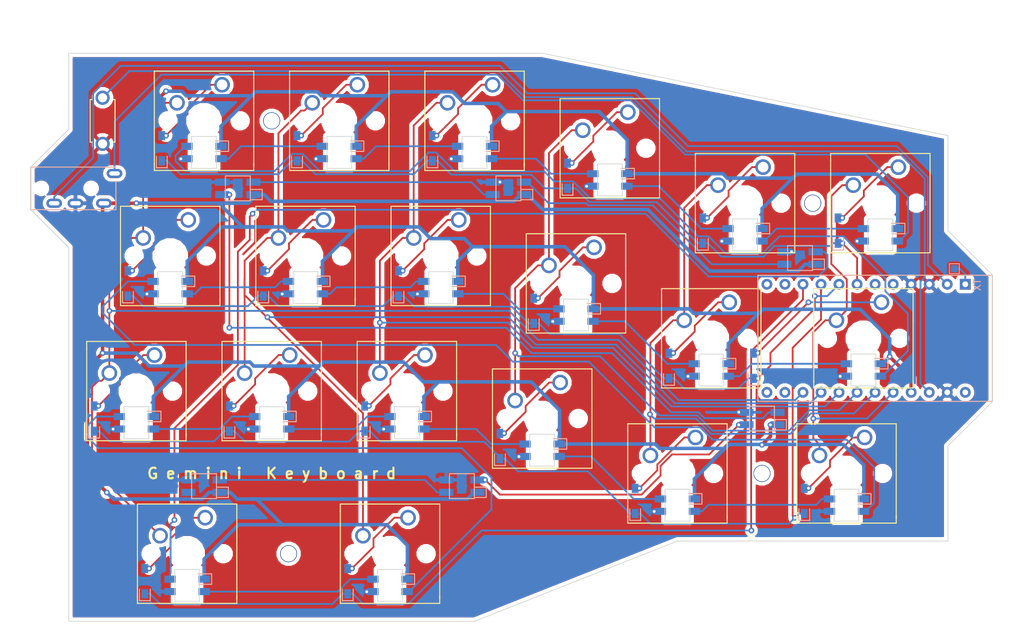
<source format=kicad_pcb>
(kicad_pcb (version 20171130) (host pcbnew "(5.0.1-3-g963ef8bb5)")
  (layers (0 F.Cu signal) (31 B.Cu signal) (34 B.Paste user) (35 F.Paste user) (36 B.SilkS user) (37 F.SilkS user) (38 B.Mask user) (39 F.Mask user) (44 Edge.Cuts user))
  (net 0 "")
  (net 1 "Net-(D1-Pad2)")
  (net 2 row0)
  (net 3 "Net-(D2-Pad2)")
  (net 4 row1)
  (net 5 "Net-(D3-Pad2)")
  (net 6 row2)
  (net 7 "Net-(D4-Pad2)")
  (net 8 "Net-(D5-Pad2)")
  (net 9 "Net-(D6-Pad2)")
  (net 10 "Net-(D7-Pad2)")
  (net 11 "Net-(D8-Pad2)")
  (net 12 "Net-(D9-Pad2)")
  (net 13 "Net-(D10-Pad2)")
  (net 14 "Net-(D11-Pad2)")
  (net 15 "Net-(D12-Pad2)")
  (net 16 "Net-(D14-Pad2)")
  (net 17 "Net-(D15-Pad2)")
  (net 18 "Net-(D16-Pad2)")
  (net 19 "Net-(D17-Pad2)")
  (net 20 "Net-(D18-Pad2)")
  (net 21 VCC)
  (net 22 data)
  (net 23 GND)
  (net 24 reset)
  (net 25 col0)
  (net 26 col1)
  (net 27 col2)
  (net 28 col3)
  (net 29 col4)
  (net 30 col5)
  (net 31 "Net-(U1-Pad11)")
  (net 32 "Net-(U1-Pad12)")
  (net 33 "Net-(U1-Pad13)")
  (net 34 "Net-(U1-Pad24)")
  (net 35 "Net-(D19-Pad2)")
  (net 36 "Net-(U1-Pad5)")
  (net 37 "Net-(U1-Pad6)")
  (net 38 row3)
  (net 39 "Net-(D20-Pad2)")
  (net 40 "Net-(D21-Pad2)")
  (net 41 "Net-(L1-Pad1)")
  (net 42 "Net-(L2-Pad1)")
  (net 43 "Net-(L18-Pad1)")
  (net 44 "Net-(L19-Pad1)")
  (net 45 "Net-(L3-Pad1)")
  (net 46 "Net-(L4-Pad1)")
  (net 47 "Net-(L5-Pad1)")
  (net 48 "Net-(L6-Pad1)")
  (net 49 "Net-(L10-Pad3)")
  (net 50 "Net-(L11-Pad3)")
  (net 51 "Net-(L12-Pad3)")
  (net 52 "Net-(L10-Pad1)")
  (net 53 "Net-(L11-Pad1)")
  (net 54 "Net-(L12-Pad1)")
  (net 55 "Net-(L14-Pad1)")
  (net 56 "Net-(L15-Pad1)")
  (net 57 "Net-(L16-Pad1)")
  (net 58 "Net-(L17-Pad1)")
  (net 59 underglow)
  (net 60 "Net-(L22-Pad1)")
  (net 61 "Net-(L23-Pad1)")
  (net 62 "Net-(L24-Pad1)")
  (net 63 "Net-(L25-Pad1)")
  (net 64 "Net-(L26-Pad1)")
  (net 65 "Net-(U1-Pad14)")
  (net 66 "Net-(L17-Pad3)")
  (net 67 ledin)
  (net 68 "Net-(L27-Pad1)")
  (net 69 "Net-(U1-Pad1)")
  (module phi-kbd-library:SK6812MINI-irreversible (layer B.Cu) (at 98.857024 62.43648)
    (fp_text reference L7 hide)
    (fp_text value SK6812MINI hide)
    (pad 1 smd rect (at -2.4 -0.875) (size 1.6 1) (layers B.Cu B.Paste B.Mask) (net 49 "Net-(L10-Pad3)"))
    (pad 2 smd rect (at -2.4 0.875) (size 1.6 1) (layers B.Cu B.Paste B.Mask) (net 23 GND))
    (pad 3 smd rect (at 2.4 0.875) (size 1.6 1) (layers B.Cu B.Paste B.Mask) (net 46 "Net-(L4-Pad1)"))
    (pad 4 smd rect (at 2.4 -0.875) (size 1.6 1) (layers B.Cu B.Paste B.Mask) (net 21 VCC))
  )
  (module phi-kbd-library:MX_1.00u-irreversible (layer F.Cu) (at 98.857024 57.97161)
    (fp_text reference SW8)
    (fp_text value SW_PUSH hide)
    (pad "" np_thru_hole circle (at 5.08 0) (size 1.7 1.7) (drill 1.7) (layers *.Cu *.Mask))
    (pad "" np_thru_hole circle (at -5.08 0) (size 1.7 1.7) (drill 1.7) (layers *.Cu *.Mask))
    (pad "" np_thru_hole circle (at 0 0) (size 4 4) (drill 4) (layers *.Cu *.Mask))
    (pad 1 thru_hole circle (at -3.81 -2.54) (size 2.2 2.2) (drill 1.5) (layers *.Cu *.Mask) (net 27 col2))
    (pad 2 thru_hole circle (at 2.54 -5.08) (size 2.2 2.2) (drill 1.5) (layers *.Cu *.Mask) (net 10 "Net-(D7-Pad2)"))
  )
  (module phi-kbd-library:MX_1.00u-irreversible (layer F.Cu) (at 113.144608 84.76083)
    (fp_text reference SW6)
    (fp_text value SW_PUSH hide)
    (pad "" np_thru_hole circle (at 5.08 0) (size 1.7 1.7) (drill 1.7) (layers *.Cu *.Mask))
    (pad "" np_thru_hole circle (at -5.08 0) (size 1.7 1.7) (drill 1.7) (layers *.Cu *.Mask))
    (pad "" np_thru_hole circle (at 0 0) (size 4 4) (drill 4) (layers *.Cu *.Mask))
    (pad 1 thru_hole circle (at -3.81 -2.54) (size 2.2 2.2) (drill 1.5) (layers *.Cu *.Mask) (net 26 col1))
    (pad 2 thru_hole circle (at 2.54 -5.08) (size 2.2 2.2) (drill 1.5) (layers *.Cu *.Mask) (net 8 "Net-(D5-Pad2)"))
  )
  (module phi-kbd-library:D_SMD-irreversible (layer F.Cu) (at 131.004088 69.580272 90)
    (fp_text reference D1 hide)
    (fp_text value D hide)
    (pad 2 smd rect (at 1.775 0 90) (size 1.3 0.95) (layers B.Cu B.Paste B.Mask) (net 1 "Net-(D1-Pad2)"))
    (pad 1 smd rect (at -1.775 0 90) (size 1.3 0.95) (layers B.Cu B.Paste B.Mask) (net 2 row0))
  )
  (module phi-kbd-library:D_SMD-irreversible (layer F.Cu) (at 119.097768 88.630384 90)
    (fp_text reference D2 hide)
    (fp_text value D hide)
    (pad 2 smd rect (at 1.775 0 90) (size 1.3 0.95) (layers B.Cu B.Paste B.Mask) (net 3 "Net-(D2-Pad2)"))
    (pad 1 smd rect (at -1.775 0 90) (size 1.3 0.95) (layers B.Cu B.Paste B.Mask) (net 4 row1))
  )
  (module phi-kbd-library:D_SMD-irreversible (layer F.Cu) (at 126.24156 107.680496 90)
    (fp_text reference D3 hide)
    (fp_text value D hide)
    (pad 2 smd rect (at 1.775 0 90) (size 1.3 0.95) (layers B.Cu B.Paste B.Mask) (net 5 "Net-(D3-Pad2)"))
    (pad 1 smd rect (at -1.775 0 90) (size 1.3 0.95) (layers B.Cu B.Paste B.Mask) (net 6 row2))
  )
  (module phi-kbd-library:D_SMD-irreversible (layer F.Cu) (at 111.953976 69.580272 90)
    (fp_text reference D4 hide)
    (fp_text value D hide)
    (pad 1 smd rect (at -1.775 0 90) (size 1.3 0.95) (layers B.Cu B.Paste B.Mask) (net 2 row0))
    (pad 2 smd rect (at 1.775 0 90) (size 1.3 0.95) (layers B.Cu B.Paste B.Mask) (net 7 "Net-(D4-Pad2)"))
  )
  (module phi-kbd-library:D_SMD-irreversible (layer F.Cu) (at 107.191448 88.630384 90)
    (fp_text reference D5 hide)
    (fp_text value D hide)
    (pad 1 smd rect (at -1.775 0 90) (size 1.3 0.95) (layers B.Cu B.Paste B.Mask) (net 4 row1))
    (pad 2 smd rect (at 1.775 0 90) (size 1.3 0.95) (layers B.Cu B.Paste B.Mask) (net 8 "Net-(D5-Pad2)"))
  )
  (module phi-kbd-library:D_SMD-irreversible (layer F.Cu) (at 102.42892 107.680496 90)
    (fp_text reference D6 hide)
    (fp_text value D hide)
    (pad 2 smd rect (at 1.775 0 90) (size 1.3 0.95) (layers B.Cu B.Paste B.Mask) (net 9 "Net-(D6-Pad2)"))
    (pad 1 smd rect (at -1.775 0 90) (size 1.3 0.95) (layers B.Cu B.Paste B.Mask) (net 6 row2))
  )
  (module phi-kbd-library:D_SMD-irreversible (layer F.Cu) (at 92.903864 61.841164 90)
    (fp_text reference D7 hide)
    (fp_text value D hide)
    (pad 2 smd rect (at 1.775 0 90) (size 1.3 0.95) (layers B.Cu B.Paste B.Mask) (net 10 "Net-(D7-Pad2)"))
    (pad 1 smd rect (at -1.775 0 90) (size 1.3 0.95) (layers B.Cu B.Paste B.Mask) (net 2 row0))
  )
  (module phi-kbd-library:D_SMD-irreversible (layer F.Cu) (at 88.141336 80.891276 90)
    (fp_text reference D8 hide)
    (fp_text value D hide)
    (pad 2 smd rect (at 1.775 0 90) (size 1.3 0.95) (layers B.Cu B.Paste B.Mask) (net 11 "Net-(D8-Pad2)"))
    (pad 1 smd rect (at -1.775 0 90) (size 1.3 0.95) (layers B.Cu B.Paste B.Mask) (net 4 row1))
  )
  (module phi-kbd-library:D_SMD-irreversible (layer F.Cu) (at 83.378808 99.941388 90)
    (fp_text reference D9 hide)
    (fp_text value D hide)
    (pad 1 smd rect (at -1.775 0 90) (size 1.3 0.95) (layers B.Cu B.Paste B.Mask) (net 6 row2))
    (pad 2 smd rect (at 1.775 0 90) (size 1.3 0.95) (layers B.Cu B.Paste B.Mask) (net 12 "Net-(D9-Pad2)"))
  )
  (module phi-kbd-library:D_SMD-irreversible (layer F.Cu) (at 73.853752 57.97161 90)
    (fp_text reference D10 hide)
    (fp_text value D hide)
    (pad 1 smd rect (at -1.775 0 90) (size 1.3 0.95) (layers B.Cu B.Paste B.Mask) (net 2 row0))
    (pad 2 smd rect (at 1.775 0 90) (size 1.3 0.95) (layers B.Cu B.Paste B.Mask) (net 13 "Net-(D10-Pad2)"))
  )
  (module phi-kbd-library:D_SMD-irreversible (layer F.Cu) (at 69.091224 77.021722 90)
    (fp_text reference D11 hide)
    (fp_text value D hide)
    (pad 2 smd rect (at 1.775 0 90) (size 1.3 0.95) (layers B.Cu B.Paste B.Mask) (net 14 "Net-(D11-Pad2)"))
    (pad 1 smd rect (at -1.775 0 90) (size 1.3 0.95) (layers B.Cu B.Paste B.Mask) (net 4 row1))
  )
  (module phi-kbd-library:D_SMD-irreversible (layer F.Cu) (at 64.328696 96.071834 90)
    (fp_text reference D12 hide)
    (fp_text value D hide)
    (pad 1 smd rect (at -1.775 0 90) (size 1.3 0.95) (layers B.Cu B.Paste B.Mask) (net 6 row2))
    (pad 2 smd rect (at 1.775 0 90) (size 1.3 0.95) (layers B.Cu B.Paste B.Mask) (net 15 "Net-(D12-Pad2)"))
  )
  (module phi-kbd-library:D_SMD-irreversible (layer F.Cu) (at 54.80364 57.97161 90)
    (fp_text reference D14 hide)
    (fp_text value D hide)
    (pad 2 smd rect (at 1.775 0 90) (size 1.3 0.95) (layers B.Cu B.Paste B.Mask) (net 16 "Net-(D14-Pad2)"))
    (pad 1 smd rect (at -1.775 0 90) (size 1.3 0.95) (layers B.Cu B.Paste B.Mask) (net 2 row0))
  )
  (module phi-kbd-library:D_SMD-irreversible (layer F.Cu) (at 50.041112 77.021722 90)
    (fp_text reference D15 hide)
    (fp_text value D hide)
    (pad 2 smd rect (at 1.775 0 90) (size 1.3 0.95) (layers B.Cu B.Paste B.Mask) (net 17 "Net-(D15-Pad2)"))
    (pad 1 smd rect (at -1.775 0 90) (size 1.3 0.95) (layers B.Cu B.Paste B.Mask) (net 4 row1))
  )
  (module phi-kbd-library:D_SMD-irreversible (layer F.Cu) (at 45.278584 96.071834 90)
    (fp_text reference D16 hide)
    (fp_text value D hide)
    (pad 2 smd rect (at 1.775 0 90) (size 1.3 0.95) (layers B.Cu B.Paste B.Mask) (net 18 "Net-(D16-Pad2)"))
    (pad 1 smd rect (at -1.775 0 90) (size 1.3 0.95) (layers B.Cu B.Paste B.Mask) (net 6 row2))
  )
  (module phi-kbd-library:D_SMD-irreversible (layer F.Cu) (at 61.947432 118.9915 90)
    (fp_text reference D17 hide)
    (fp_text value D hide)
    (pad 2 smd rect (at 1.775 0 90) (size 1.3 0.95) (layers B.Cu B.Paste B.Mask) (net 19 "Net-(D17-Pad2)"))
    (pad 1 smd rect (at -1.775 0 90) (size 1.3 0.95) (layers B.Cu B.Paste B.Mask) (net 38 row3))
  )
  (module phi-kbd-library:D_SMD-irreversible (layer F.Cu) (at 35.753528 57.97161 90)
    (fp_text reference D18 hide)
    (fp_text value D hide)
    (pad 1 smd rect (at -1.775 0 90) (size 1.3 0.95) (layers B.Cu B.Paste B.Mask) (net 2 row0))
    (pad 2 smd rect (at 1.775 0 90) (size 1.3 0.95) (layers B.Cu B.Paste B.Mask) (net 20 "Net-(D18-Pad2)"))
  )
  (module phi-kbd-library:D_SMD-irreversible (layer F.Cu) (at 30.991 77.021722 90)
    (fp_text reference D19 hide)
    (fp_text value D hide)
    (pad 1 smd rect (at -1.775 0 90) (size 1.3 0.95) (layers B.Cu B.Paste B.Mask) (net 4 row1))
    (pad 2 smd rect (at 1.775 0 90) (size 1.3 0.95) (layers B.Cu B.Paste B.Mask) (net 35 "Net-(D19-Pad2)"))
  )
  (module phi-kbd-library:D_SMD-irreversible (layer F.Cu) (at 26.228472 96.071834 90)
    (fp_text reference D20 hide)
    (fp_text value D hide)
    (pad 1 smd rect (at -1.775 0 90) (size 1.3 0.95) (layers B.Cu B.Paste B.Mask) (net 6 row2))
    (pad 2 smd rect (at 1.775 0 90) (size 1.3 0.95) (layers B.Cu B.Paste B.Mask) (net 39 "Net-(D20-Pad2)"))
  )
  (module phi-kbd-library:D_SMD-irreversible (layer F.Cu) (at 33.372264 118.9915 90)
    (fp_text reference D21 hide)
    (fp_text value D hide)
    (pad 1 smd rect (at -1.775 0 90) (size 1.3 0.95) (layers B.Cu B.Paste B.Mask) (net 38 row3))
    (pad 2 smd rect (at 1.775 0 90) (size 1.3 0.95) (layers B.Cu B.Paste B.Mask) (net 40 "Net-(D21-Pad2)"))
  )
  (module phi-kbd-library:MJ-4PP-9-irreversible (layer B.Cu) (at 17.298732 63.627112)
    (fp_text reference J1)
    (fp_text value MJ-4PP-9)
    (pad "" np_thru_hole circle (at 1.5 0) (size 1.2 1.2) (drill 1.2) (layers *.Cu *.Mask))
    (pad "" np_thru_hole circle (at 8.5 0) (size 1.2 1.2) (drill 1.2) (layers *.Cu *.Mask))
    (pad B thru_hole oval (at 3.3 2.1) (size 2.2 1.3) (drill oval 1.5 0.6) (layers *.Cu *.Mask) (net 22 data))
    (pad C thru_hole oval (at 6.3 2.1) (size 2.2 1.3) (drill oval 1.5 0.6) (layers *.Cu *.Mask) (net 23 GND))
    (pad D thru_hole oval (at 10.3 2.1) (size 2.2 1.3) (drill oval 1.5 0.6) (layers *.Cu *.Mask) (net 21 VCC))
    (pad A thru_hole oval (at 11.8 -2.1) (size 2.2 1.3) (drill oval 1.5 0.6) (layers *.Cu *.Mask) (net 67 ledin))
  )
  (module phi-kbd-library:SK6812MINI-irreversible (layer B.Cu) (at 136.957248 70.175588)
    (fp_text reference L1 hide)
    (fp_text value SK6812MINI hide)
    (pad 1 smd rect (at -2.4 -0.875) (size 1.6 1) (layers B.Cu B.Paste B.Mask) (net 41 "Net-(L1-Pad1)"))
    (pad 2 smd rect (at -2.4 0.875) (size 1.6 1) (layers B.Cu B.Paste B.Mask) (net 23 GND))
    (pad 3 smd rect (at 2.4 0.875) (size 1.6 1) (layers B.Cu B.Paste B.Mask) (net 67 ledin))
    (pad 4 smd rect (at 2.4 -0.875) (size 1.6 1) (layers B.Cu B.Paste B.Mask) (net 21 VCC))
  )
  (module phi-kbd-library:SK6812MINI-irreversible (layer B.Cu) (at 134.575984 89.2257)
    (fp_text reference L2 hide)
    (fp_text value SK6812MINI hide)
    (pad 1 smd rect (at -2.4 -0.875) (size 1.6 1) (layers B.Cu B.Paste B.Mask) (net 42 "Net-(L2-Pad1)"))
    (pad 2 smd rect (at -2.4 0.875) (size 1.6 1) (layers B.Cu B.Paste B.Mask) (net 23 GND))
    (pad 3 smd rect (at 2.4 0.875) (size 1.6 1) (layers B.Cu B.Paste B.Mask) (net 43 "Net-(L18-Pad1)"))
    (pad 4 smd rect (at 2.4 -0.875) (size 1.6 1) (layers B.Cu B.Paste B.Mask) (net 21 VCC))
  )
  (module phi-kbd-library:SK6812MINI-irreversible (layer B.Cu) (at 132.19472 108.275812)
    (fp_text reference L3 hide)
    (fp_text value SK6812MINI hide)
    (pad 4 smd rect (at 2.4 -0.875) (size 1.6 1) (layers B.Cu B.Paste B.Mask) (net 21 VCC))
    (pad 3 smd rect (at 2.4 0.875) (size 1.6 1) (layers B.Cu B.Paste B.Mask) (net 44 "Net-(L19-Pad1)"))
    (pad 2 smd rect (at -2.4 0.875) (size 1.6 1) (layers B.Cu B.Paste B.Mask) (net 23 GND))
    (pad 1 smd rect (at -2.4 -0.875) (size 1.6 1) (layers B.Cu B.Paste B.Mask) (net 45 "Net-(L3-Pad1)"))
  )
  (module phi-kbd-library:SK6812MINI-irreversible (layer B.Cu) (at 117.907136 70.175588)
    (fp_text reference L4 hide)
    (fp_text value SK6812MINI hide)
    (pad 1 smd rect (at -2.4 -0.875) (size 1.6 1) (layers B.Cu B.Paste B.Mask) (net 46 "Net-(L4-Pad1)"))
    (pad 2 smd rect (at -2.4 0.875) (size 1.6 1) (layers B.Cu B.Paste B.Mask) (net 23 GND))
    (pad 3 smd rect (at 2.4 0.875) (size 1.6 1) (layers B.Cu B.Paste B.Mask) (net 41 "Net-(L1-Pad1)"))
    (pad 4 smd rect (at 2.4 -0.875) (size 1.6 1) (layers B.Cu B.Paste B.Mask) (net 21 VCC))
  )
  (module phi-kbd-library:SK6812MINI-irreversible (layer B.Cu) (at 113.144608 89.2257)
    (fp_text reference L5 hide)
    (fp_text value SK6812MINI hide)
    (pad 4 smd rect (at 2.4 -0.875) (size 1.6 1) (layers B.Cu B.Paste B.Mask) (net 21 VCC))
    (pad 3 smd rect (at 2.4 0.875) (size 1.6 1) (layers B.Cu B.Paste B.Mask) (net 42 "Net-(L2-Pad1)"))
    (pad 2 smd rect (at -2.4 0.875) (size 1.6 1) (layers B.Cu B.Paste B.Mask) (net 23 GND))
    (pad 1 smd rect (at -2.4 -0.875) (size 1.6 1) (layers B.Cu B.Paste B.Mask) (net 47 "Net-(L5-Pad1)"))
  )
  (module phi-kbd-library:SK6812MINI-irreversible (layer B.Cu) (at 108.38208 108.275812)
    (fp_text reference L6 hide)
    (fp_text value SK6812MINI hide)
    (pad 1 smd rect (at -2.4 -0.875) (size 1.6 1) (layers B.Cu B.Paste B.Mask) (net 48 "Net-(L6-Pad1)"))
    (pad 2 smd rect (at -2.4 0.875) (size 1.6 1) (layers B.Cu B.Paste B.Mask) (net 23 GND))
    (pad 3 smd rect (at 2.4 0.875) (size 1.6 1) (layers B.Cu B.Paste B.Mask) (net 45 "Net-(L3-Pad1)"))
    (pad 4 smd rect (at 2.4 -0.875) (size 1.6 1) (layers B.Cu B.Paste B.Mask) (net 21 VCC))
  )
  (module phi-kbd-library:SK6812MINI-irreversible (layer B.Cu) (at 94.094496 81.486592)
    (fp_text reference L8 hide)
    (fp_text value SK6812MINI hide)
    (pad 1 smd rect (at -2.4 -0.875) (size 1.6 1) (layers B.Cu B.Paste B.Mask) (net 50 "Net-(L11-Pad3)"))
    (pad 2 smd rect (at -2.4 0.875) (size 1.6 1) (layers B.Cu B.Paste B.Mask) (net 23 GND))
    (pad 3 smd rect (at 2.4 0.875) (size 1.6 1) (layers B.Cu B.Paste B.Mask) (net 47 "Net-(L5-Pad1)"))
    (pad 4 smd rect (at 2.4 -0.875) (size 1.6 1) (layers B.Cu B.Paste B.Mask) (net 21 VCC))
  )
  (module phi-kbd-library:SK6812MINI-irreversible (layer B.Cu) (at 89.331968 100.536704)
    (fp_text reference L9 hide)
    (fp_text value SK6812MINI hide)
    (pad 4 smd rect (at 2.4 -0.875) (size 1.6 1) (layers B.Cu B.Paste B.Mask) (net 21 VCC))
    (pad 3 smd rect (at 2.4 0.875) (size 1.6 1) (layers B.Cu B.Paste B.Mask) (net 48 "Net-(L6-Pad1)"))
    (pad 2 smd rect (at -2.4 0.875) (size 1.6 1) (layers B.Cu B.Paste B.Mask) (net 23 GND))
    (pad 1 smd rect (at -2.4 -0.875) (size 1.6 1) (layers B.Cu B.Paste B.Mask) (net 51 "Net-(L12-Pad3)"))
  )
  (module phi-kbd-library:SK6812MINI-irreversible (layer B.Cu) (at 79.806912 58.566926)
    (fp_text reference L10 hide)
    (fp_text value SK6812MINI hide)
    (pad 1 smd rect (at -2.4 -0.875) (size 1.6 1) (layers B.Cu B.Paste B.Mask) (net 52 "Net-(L10-Pad1)"))
    (pad 2 smd rect (at -2.4 0.875) (size 1.6 1) (layers B.Cu B.Paste B.Mask) (net 23 GND))
    (pad 3 smd rect (at 2.4 0.875) (size 1.6 1) (layers B.Cu B.Paste B.Mask) (net 49 "Net-(L10-Pad3)"))
    (pad 4 smd rect (at 2.4 -0.875) (size 1.6 1) (layers B.Cu B.Paste B.Mask) (net 21 VCC))
  )
  (module phi-kbd-library:SK6812MINI-irreversible (layer B.Cu) (at 75.044384 77.617038)
    (fp_text reference L11 hide)
    (fp_text value SK6812MINI hide)
    (pad 4 smd rect (at 2.4 -0.875) (size 1.6 1) (layers B.Cu B.Paste B.Mask) (net 21 VCC))
    (pad 3 smd rect (at 2.4 0.875) (size 1.6 1) (layers B.Cu B.Paste B.Mask) (net 50 "Net-(L11-Pad3)"))
    (pad 2 smd rect (at -2.4 0.875) (size 1.6 1) (layers B.Cu B.Paste B.Mask) (net 23 GND))
    (pad 1 smd rect (at -2.4 -0.875) (size 1.6 1) (layers B.Cu B.Paste B.Mask) (net 53 "Net-(L11-Pad1)"))
  )
  (module phi-kbd-library:SK6812MINI-irreversible (layer B.Cu) (at 70.281856 96.66715)
    (fp_text reference L12 hide)
    (fp_text value SK6812MINI hide)
    (pad 1 smd rect (at -2.4 -0.875) (size 1.6 1) (layers B.Cu B.Paste B.Mask) (net 54 "Net-(L12-Pad1)"))
    (pad 2 smd rect (at -2.4 0.875) (size 1.6 1) (layers B.Cu B.Paste B.Mask) (net 23 GND))
    (pad 3 smd rect (at 2.4 0.875) (size 1.6 1) (layers B.Cu B.Paste B.Mask) (net 51 "Net-(L12-Pad3)"))
    (pad 4 smd rect (at 2.4 -0.875) (size 1.6 1) (layers B.Cu B.Paste B.Mask) (net 21 VCC))
  )
  (module phi-kbd-library:SK6812MINI-irreversible (layer B.Cu) (at 60.7568 58.566926)
    (fp_text reference L14 hide)
    (fp_text value SK6812MINI hide)
    (pad 4 smd rect (at 2.4 -0.875) (size 1.6 1) (layers B.Cu B.Paste B.Mask) (net 21 VCC))
    (pad 3 smd rect (at 2.4 0.875) (size 1.6 1) (layers B.Cu B.Paste B.Mask) (net 52 "Net-(L10-Pad1)"))
    (pad 2 smd rect (at -2.4 0.875) (size 1.6 1) (layers B.Cu B.Paste B.Mask) (net 23 GND))
    (pad 1 smd rect (at -2.4 -0.875) (size 1.6 1) (layers B.Cu B.Paste B.Mask) (net 55 "Net-(L14-Pad1)"))
  )
  (module phi-kbd-library:SK6812MINI-irreversible (layer B.Cu) (at 55.994272 77.617038)
    (fp_text reference L15 hide)
    (fp_text value SK6812MINI hide)
    (pad 1 smd rect (at -2.4 -0.875) (size 1.6 1) (layers B.Cu B.Paste B.Mask) (net 56 "Net-(L15-Pad1)"))
    (pad 2 smd rect (at -2.4 0.875) (size 1.6 1) (layers B.Cu B.Paste B.Mask) (net 23 GND))
    (pad 3 smd rect (at 2.4 0.875) (size 1.6 1) (layers B.Cu B.Paste B.Mask) (net 53 "Net-(L11-Pad1)"))
    (pad 4 smd rect (at 2.4 -0.875) (size 1.6 1) (layers B.Cu B.Paste B.Mask) (net 21 VCC))
  )
  (module phi-kbd-library:SK6812MINI-irreversible (layer B.Cu) (at 51.231744 96.66715)
    (fp_text reference L16 hide)
    (fp_text value SK6812MINI hide)
    (pad 4 smd rect (at 2.4 -0.875) (size 1.6 1) (layers B.Cu B.Paste B.Mask) (net 21 VCC))
    (pad 3 smd rect (at 2.4 0.875) (size 1.6 1) (layers B.Cu B.Paste B.Mask) (net 54 "Net-(L12-Pad1)"))
    (pad 2 smd rect (at -2.4 0.875) (size 1.6 1) (layers B.Cu B.Paste B.Mask) (net 23 GND))
    (pad 1 smd rect (at -2.4 -0.875) (size 1.6 1) (layers B.Cu B.Paste B.Mask) (net 57 "Net-(L16-Pad1)"))
  )
  (module phi-kbd-library:SK6812MINI-irreversible (layer B.Cu) (at 67.900592 119.586816)
    (fp_text reference L17 hide)
    (fp_text value SK6812MINI hide)
    (pad 1 smd rect (at -2.4 -0.875) (size 1.6 1) (layers B.Cu B.Paste B.Mask) (net 58 "Net-(L17-Pad1)"))
    (pad 2 smd rect (at -2.4 0.875) (size 1.6 1) (layers B.Cu B.Paste B.Mask) (net 23 GND))
    (pad 3 smd rect (at 2.4 0.875) (size 1.6 1) (layers B.Cu B.Paste B.Mask) (net 66 "Net-(L17-Pad3)"))
    (pad 4 smd rect (at 2.4 -0.875) (size 1.6 1) (layers B.Cu B.Paste B.Mask) (net 21 VCC))
  )
  (module phi-kbd-library:SK6812MINI-irreversible (layer B.Cu) (at 41.706688 58.566926)
    (fp_text reference L18 hide)
    (fp_text value SK6812MINI hide)
    (pad 1 smd rect (at -2.4 -0.875) (size 1.6 1) (layers B.Cu B.Paste B.Mask) (net 43 "Net-(L18-Pad1)"))
    (pad 2 smd rect (at -2.4 0.875) (size 1.6 1) (layers B.Cu B.Paste B.Mask) (net 23 GND))
    (pad 3 smd rect (at 2.4 0.875) (size 1.6 1) (layers B.Cu B.Paste B.Mask) (net 55 "Net-(L14-Pad1)"))
    (pad 4 smd rect (at 2.4 -0.875) (size 1.6 1) (layers B.Cu B.Paste B.Mask) (net 21 VCC))
  )
  (module phi-kbd-library:SK6812MINI-irreversible (layer B.Cu) (at 36.94416 77.617038)
    (fp_text reference L19 hide)
    (fp_text value SK6812MINI hide)
    (pad 4 smd rect (at 2.4 -0.875) (size 1.6 1) (layers B.Cu B.Paste B.Mask) (net 21 VCC))
    (pad 3 smd rect (at 2.4 0.875) (size 1.6 1) (layers B.Cu B.Paste B.Mask) (net 56 "Net-(L15-Pad1)"))
    (pad 2 smd rect (at -2.4 0.875) (size 1.6 1) (layers B.Cu B.Paste B.Mask) (net 23 GND))
    (pad 1 smd rect (at -2.4 -0.875) (size 1.6 1) (layers B.Cu B.Paste B.Mask) (net 44 "Net-(L19-Pad1)"))
  )
  (module phi-kbd-library:SK6812MINI-irreversible (layer B.Cu) (at 32.181632 96.66715)
    (fp_text reference L20 hide)
    (fp_text value SK6812MINI hide)
    (pad 1 smd rect (at -2.4 -0.875) (size 1.6 1) (layers B.Cu B.Paste B.Mask) (net 66 "Net-(L17-Pad3)"))
    (pad 2 smd rect (at -2.4 0.875) (size 1.6 1) (layers B.Cu B.Paste B.Mask) (net 23 GND))
    (pad 3 smd rect (at 2.4 0.875) (size 1.6 1) (layers B.Cu B.Paste B.Mask) (net 57 "Net-(L16-Pad1)"))
    (pad 4 smd rect (at 2.4 -0.875) (size 1.6 1) (layers B.Cu B.Paste B.Mask) (net 21 VCC))
  )
  (module phi-kbd-library:SK6812MINI-irreversible (layer B.Cu) (at 39.325424 119.586816)
    (fp_text reference L21 hide)
    (fp_text value SK6812MINI hide)
    (pad 4 smd rect (at 2.4 -0.875) (size 1.6 1) (layers B.Cu B.Paste B.Mask) (net 21 VCC))
    (pad 3 smd rect (at 2.4 0.875) (size 1.6 1) (layers B.Cu B.Paste B.Mask) (net 58 "Net-(L17-Pad1)"))
    (pad 2 smd rect (at -2.4 0.875) (size 1.6 1) (layers B.Cu B.Paste B.Mask) (net 23 GND))
    (pad 1 smd rect (at -2.4 -0.875) (size 1.6 1) (layers B.Cu B.Paste B.Mask) (net 59 underglow))
  )
  (module phi-kbd-library:SK6812MINI-underglow-irreversible (layer B.Cu) (at 125.646244 73.449826)
    (fp_text reference L22 hide)
    (fp_text value SK6812MINI hide)
    (pad 4 smd rect (at 2.2 0.875) (size 2 1) (layers B.Cu B.Paste B.Mask) (net 21 VCC))
    (pad 3 smd rect (at 2.2 -0.875) (size 2 1) (layers B.Cu B.Paste B.Mask) (net 59 underglow))
    (pad 1 smd rect (at -2.2 0.875) (size 2 1) (layers B.Cu B.Paste B.Mask) (net 60 "Net-(L22-Pad1)"))
    (pad 2 smd rect (at -2.2 -0.875) (size 2 1) (layers B.Cu B.Paste B.Mask) (net 23 GND))
  )
  (module phi-kbd-library:SK6812MINI-underglow-irreversible (layer B.Cu) (at 84.56944 63.627112)
    (fp_text reference L23 hide)
    (fp_text value SK6812MINI hide)
    (pad 2 smd rect (at -2.2 -0.875) (size 2 1) (layers B.Cu B.Paste B.Mask) (net 23 GND))
    (pad 1 smd rect (at -2.2 0.875) (size 2 1) (layers B.Cu B.Paste B.Mask) (net 61 "Net-(L23-Pad1)"))
    (pad 3 smd rect (at 2.2 -0.875) (size 2 1) (layers B.Cu B.Paste B.Mask) (net 60 "Net-(L22-Pad1)"))
    (pad 4 smd rect (at 2.2 0.875) (size 2 1) (layers B.Cu B.Paste B.Mask) (net 21 VCC))
  )
  (module phi-kbd-library:SK6812MINI-underglow-irreversible (layer B.Cu) (at 46.469216 63.627112)
    (fp_text reference L24 hide)
    (fp_text value SK6812MINI hide)
    (pad 4 smd rect (at 2.2 0.875) (size 2 1) (layers B.Cu B.Paste B.Mask) (net 21 VCC))
    (pad 3 smd rect (at 2.2 -0.875) (size 2 1) (layers B.Cu B.Paste B.Mask) (net 61 "Net-(L23-Pad1)"))
    (pad 1 smd rect (at -2.2 0.875) (size 2 1) (layers B.Cu B.Paste B.Mask) (net 62 "Net-(L24-Pad1)"))
    (pad 2 smd rect (at -2.2 -0.875) (size 2 1) (layers B.Cu B.Paste B.Mask) (net 23 GND))
  )
  (module phi-kbd-library:SK6812MINI-underglow-irreversible (layer B.Cu) (at 120.2884 96.071834)
    (fp_text reference L25 hide)
    (fp_text value SK6812MINI hide)
    (pad 2 smd rect (at -2.2 -0.875) (size 2 1) (layers B.Cu B.Paste B.Mask) (net 23 GND))
    (pad 1 smd rect (at -2.2 0.875) (size 2 1) (layers B.Cu B.Paste B.Mask) (net 63 "Net-(L25-Pad1)"))
    (pad 3 smd rect (at 2.2 -0.875) (size 2 1) (layers B.Cu B.Paste B.Mask) (net 62 "Net-(L24-Pad1)"))
    (pad 4 smd rect (at 2.2 0.875) (size 2 1) (layers B.Cu B.Paste B.Mask) (net 21 VCC))
  )
  (module phi-kbd-library:SK6812MINI-underglow-irreversible (layer B.Cu) (at 78.020964 105.59689)
    (fp_text reference L26 hide)
    (fp_text value SK6812MINI hide)
    (pad 4 smd rect (at 2.2 0.875) (size 2 1) (layers B.Cu B.Paste B.Mask) (net 21 VCC))
    (pad 3 smd rect (at 2.2 -0.875) (size 2 1) (layers B.Cu B.Paste B.Mask) (net 63 "Net-(L25-Pad1)"))
    (pad 1 smd rect (at -2.2 0.875) (size 2 1) (layers B.Cu B.Paste B.Mask) (net 64 "Net-(L26-Pad1)"))
    (pad 2 smd rect (at -2.2 -0.875) (size 2 1) (layers B.Cu B.Paste B.Mask) (net 23 GND))
  )
  (module phi-kbd-library:SK6812MINI-underglow-irreversible (layer B.Cu) (at 41.706688 105.59689)
    (fp_text reference L27 hide)
    (fp_text value SK6812MINI hide)
    (pad 2 smd rect (at -2.2 -0.875) (size 2 1) (layers B.Cu B.Paste B.Mask) (net 23 GND))
    (pad 1 smd rect (at -2.2 0.875) (size 2 1) (layers B.Cu B.Paste B.Mask) (net 68 "Net-(L27-Pad1)"))
    (pad 3 smd rect (at 2.2 -0.875) (size 2 1) (layers B.Cu B.Paste B.Mask) (net 64 "Net-(L26-Pad1)"))
    (pad 4 smd rect (at 2.2 0.875) (size 2 1) (layers B.Cu B.Paste B.Mask) (net 21 VCC))
  )
  (module phi-kbd-library:ResetSW-irreversible (layer F.Cu) (at 27.419104 54.102056 270)
    (fp_text reference SW1 hide)
    (fp_text value SW_PUSH)
    (pad 2 thru_hole circle (at 3.25 0 270) (size 2 2) (drill 1.3) (layers *.Cu *.Mask) (net 23 GND))
    (pad 1 thru_hole circle (at -3.25 0 270) (size 2 2) (drill 1.3) (layers *.Cu *.Mask) (net 24 reset))
  )
  (module phi-kbd-library:MX_1.00u-irreversible (layer F.Cu) (at 136.957248 65.710718)
    (fp_text reference SW2)
    (fp_text value SW_PUSH hide)
    (pad "" np_thru_hole circle (at 5.08 0) (size 1.7 1.7) (drill 1.7) (layers *.Cu *.Mask))
    (pad "" np_thru_hole circle (at -5.08 0) (size 1.7 1.7) (drill 1.7) (layers *.Cu *.Mask))
    (pad "" np_thru_hole circle (at 0 0) (size 4 4) (drill 4) (layers *.Cu *.Mask))
    (pad 1 thru_hole circle (at -3.81 -2.54) (size 2.2 2.2) (drill 1.5) (layers *.Cu *.Mask) (net 25 col0))
    (pad 2 thru_hole circle (at 2.54 -5.08) (size 2.2 2.2) (drill 1.5) (layers *.Cu *.Mask) (net 1 "Net-(D1-Pad2)"))
  )
  (module phi-kbd-library:MX_1.25u-irreversible (layer F.Cu) (at 134.575984 84.76083)
    (fp_text reference SW3)
    (fp_text value SW_PUSH hide)
    (pad "" np_thru_hole circle (at 5.08 0) (size 1.7 1.7) (drill 1.7) (layers *.Cu *.Mask))
    (pad "" np_thru_hole circle (at -5.08 0) (size 1.7 1.7) (drill 1.7) (layers *.Cu *.Mask))
    (pad "" np_thru_hole circle (at 0 0) (size 4 4) (drill 4) (layers *.Cu *.Mask))
    (pad 1 thru_hole circle (at -3.81 -2.54) (size 2.2 2.2) (drill 1.5) (layers *.Cu *.Mask) (net 25 col0))
    (pad 2 thru_hole circle (at 2.54 -5.08) (size 2.2 2.2) (drill 1.5) (layers *.Cu *.Mask) (net 3 "Net-(D2-Pad2)"))
  )
  (module phi-kbd-library:MX_1.50u-irreversible (layer F.Cu) (at 132.19472 103.810942)
    (fp_text reference SW4)
    (fp_text value SW_PUSH hide)
    (pad "" np_thru_hole circle (at 5.08 0) (size 1.7 1.7) (drill 1.7) (layers *.Cu *.Mask))
    (pad "" np_thru_hole circle (at -5.08 0) (size 1.7 1.7) (drill 1.7) (layers *.Cu *.Mask))
    (pad "" np_thru_hole circle (at 0 0) (size 4 4) (drill 4) (layers *.Cu *.Mask))
    (pad 1 thru_hole circle (at -3.81 -2.54) (size 2.2 2.2) (drill 1.5) (layers *.Cu *.Mask) (net 25 col0))
    (pad 2 thru_hole circle (at 2.54 -5.08) (size 2.2 2.2) (drill 1.5) (layers *.Cu *.Mask) (net 5 "Net-(D3-Pad2)"))
  )
  (module phi-kbd-library:MX_1.00u-irreversible (layer F.Cu) (at 117.907136 65.710718)
    (fp_text reference SW5)
    (fp_text value SW_PUSH hide)
    (pad 2 thru_hole circle (at 2.54 -5.08) (size 2.2 2.2) (drill 1.5) (layers *.Cu *.Mask) (net 7 "Net-(D4-Pad2)"))
    (pad 1 thru_hole circle (at -3.81 -2.54) (size 2.2 2.2) (drill 1.5) (layers *.Cu *.Mask) (net 26 col1))
    (pad "" np_thru_hole circle (at 0 0) (size 4 4) (drill 4) (layers *.Cu *.Mask))
    (pad "" np_thru_hole circle (at -5.08 0) (size 1.7 1.7) (drill 1.7) (layers *.Cu *.Mask))
    (pad "" np_thru_hole circle (at 5.08 0) (size 1.7 1.7) (drill 1.7) (layers *.Cu *.Mask))
  )
  (module phi-kbd-library:MX_1.00u-irreversible (layer F.Cu) (at 108.38208 103.810942)
    (fp_text reference SW7)
    (fp_text value SW_PUSH hide)
    (pad 2 thru_hole circle (at 2.54 -5.08) (size 2.2 2.2) (drill 1.5) (layers *.Cu *.Mask) (net 9 "Net-(D6-Pad2)"))
    (pad 1 thru_hole circle (at -3.81 -2.54) (size 2.2 2.2) (drill 1.5) (layers *.Cu *.Mask) (net 26 col1))
    (pad "" np_thru_hole circle (at 0 0) (size 4 4) (drill 4) (layers *.Cu *.Mask))
    (pad "" np_thru_hole circle (at -5.08 0) (size 1.7 1.7) (drill 1.7) (layers *.Cu *.Mask))
    (pad "" np_thru_hole circle (at 5.08 0) (size 1.7 1.7) (drill 1.7) (layers *.Cu *.Mask))
  )
  (module phi-kbd-library:MX_1.00u-irreversible (layer F.Cu) (at 94.094496 77.021722)
    (fp_text reference SW9)
    (fp_text value SW_PUSH hide)
    (pad "" np_thru_hole circle (at 5.08 0) (size 1.7 1.7) (drill 1.7) (layers *.Cu *.Mask))
    (pad "" np_thru_hole circle (at -5.08 0) (size 1.7 1.7) (drill 1.7) (layers *.Cu *.Mask))
    (pad "" np_thru_hole circle (at 0 0) (size 4 4) (drill 4) (layers *.Cu *.Mask))
    (pad 1 thru_hole circle (at -3.81 -2.54) (size 2.2 2.2) (drill 1.5) (layers *.Cu *.Mask) (net 27 col2))
    (pad 2 thru_hole circle (at 2.54 -5.08) (size 2.2 2.2) (drill 1.5) (layers *.Cu *.Mask) (net 11 "Net-(D8-Pad2)"))
  )
  (module phi-kbd-library:MX_1.00u-irreversible (layer F.Cu) (at 89.331968 96.071834)
    (fp_text reference SW10)
    (fp_text value SW_PUSH hide)
    (pad "" np_thru_hole circle (at 5.08 0) (size 1.7 1.7) (drill 1.7) (layers *.Cu *.Mask))
    (pad "" np_thru_hole circle (at -5.08 0) (size 1.7 1.7) (drill 1.7) (layers *.Cu *.Mask))
    (pad "" np_thru_hole circle (at 0 0) (size 4 4) (drill 4) (layers *.Cu *.Mask))
    (pad 1 thru_hole circle (at -3.81 -2.54) (size 2.2 2.2) (drill 1.5) (layers *.Cu *.Mask) (net 27 col2))
    (pad 2 thru_hole circle (at 2.54 -5.08) (size 2.2 2.2) (drill 1.5) (layers *.Cu *.Mask) (net 12 "Net-(D9-Pad2)"))
  )
  (module phi-kbd-library:MX_1.00u-irreversible (layer F.Cu) (at 79.806912 54.102056)
    (fp_text reference SW11)
    (fp_text value SW_PUSH hide)
    (pad 2 thru_hole circle (at 2.54 -5.08) (size 2.2 2.2) (drill 1.5) (layers *.Cu *.Mask) (net 13 "Net-(D10-Pad2)"))
    (pad 1 thru_hole circle (at -3.81 -2.54) (size 2.2 2.2) (drill 1.5) (layers *.Cu *.Mask) (net 28 col3))
    (pad "" np_thru_hole circle (at 0 0) (size 4 4) (drill 4) (layers *.Cu *.Mask))
    (pad "" np_thru_hole circle (at -5.08 0) (size 1.7 1.7) (drill 1.7) (layers *.Cu *.Mask))
    (pad "" np_thru_hole circle (at 5.08 0) (size 1.7 1.7) (drill 1.7) (layers *.Cu *.Mask))
  )
  (module phi-kbd-library:MX_1.00u-irreversible (layer F.Cu) (at 75.044384 73.152168)
    (fp_text reference SW12)
    (fp_text value SW_PUSH hide)
    (pad 2 thru_hole circle (at 2.54 -5.08) (size 2.2 2.2) (drill 1.5) (layers *.Cu *.Mask) (net 14 "Net-(D11-Pad2)"))
    (pad 1 thru_hole circle (at -3.81 -2.54) (size 2.2 2.2) (drill 1.5) (layers *.Cu *.Mask) (net 28 col3))
    (pad "" np_thru_hole circle (at 0 0) (size 4 4) (drill 4) (layers *.Cu *.Mask))
    (pad "" np_thru_hole circle (at -5.08 0) (size 1.7 1.7) (drill 1.7) (layers *.Cu *.Mask))
    (pad "" np_thru_hole circle (at 5.08 0) (size 1.7 1.7) (drill 1.7) (layers *.Cu *.Mask))
  )
  (module phi-kbd-library:MX_1.00u-irreversible (layer F.Cu) (at 70.281856 92.20228)
    (fp_text reference SW13)
    (fp_text value SW_PUSH hide)
    (pad "" np_thru_hole circle (at 5.08 0) (size 1.7 1.7) (drill 1.7) (layers *.Cu *.Mask))
    (pad "" np_thru_hole circle (at -5.08 0) (size 1.7 1.7) (drill 1.7) (layers *.Cu *.Mask))
    (pad "" np_thru_hole circle (at 0 0) (size 4 4) (drill 4) (layers *.Cu *.Mask))
    (pad 1 thru_hole circle (at -3.81 -2.54) (size 2.2 2.2) (drill 1.5) (layers *.Cu *.Mask) (net 28 col3))
    (pad 2 thru_hole circle (at 2.54 -5.08) (size 2.2 2.2) (drill 1.5) (layers *.Cu *.Mask) (net 15 "Net-(D12-Pad2)"))
  )
  (module phi-kbd-library:MX_1.00u-irreversible (layer F.Cu) (at 60.7568 54.102056)
    (fp_text reference SW15)
    (fp_text value SW_PUSH hide)
    (pad 2 thru_hole circle (at 2.54 -5.08) (size 2.2 2.2) (drill 1.5) (layers *.Cu *.Mask) (net 16 "Net-(D14-Pad2)"))
    (pad 1 thru_hole circle (at -3.81 -2.54) (size 2.2 2.2) (drill 1.5) (layers *.Cu *.Mask) (net 29 col4))
    (pad "" np_thru_hole circle (at 0 0) (size 4 4) (drill 4) (layers *.Cu *.Mask))
    (pad "" np_thru_hole circle (at -5.08 0) (size 1.7 1.7) (drill 1.7) (layers *.Cu *.Mask))
    (pad "" np_thru_hole circle (at 5.08 0) (size 1.7 1.7) (drill 1.7) (layers *.Cu *.Mask))
  )
  (module phi-kbd-library:MX_1.00u-irreversible (layer F.Cu) (at 55.994272 73.152168)
    (fp_text reference SW16)
    (fp_text value SW_PUSH hide)
    (pad "" np_thru_hole circle (at 5.08 0) (size 1.7 1.7) (drill 1.7) (layers *.Cu *.Mask))
    (pad "" np_thru_hole circle (at -5.08 0) (size 1.7 1.7) (drill 1.7) (layers *.Cu *.Mask))
    (pad "" np_thru_hole circle (at 0 0) (size 4 4) (drill 4) (layers *.Cu *.Mask))
    (pad 1 thru_hole circle (at -3.81 -2.54) (size 2.2 2.2) (drill 1.5) (layers *.Cu *.Mask) (net 29 col4))
    (pad 2 thru_hole circle (at 2.54 -5.08) (size 2.2 2.2) (drill 1.5) (layers *.Cu *.Mask) (net 17 "Net-(D15-Pad2)"))
  )
  (module phi-kbd-library:MX_1.00u-irreversible (layer F.Cu) (at 51.231744 92.20228)
    (fp_text reference SW17)
    (fp_text value SW_PUSH hide)
    (pad "" np_thru_hole circle (at 5.08 0) (size 1.7 1.7) (drill 1.7) (layers *.Cu *.Mask))
    (pad "" np_thru_hole circle (at -5.08 0) (size 1.7 1.7) (drill 1.7) (layers *.Cu *.Mask))
    (pad "" np_thru_hole circle (at 0 0) (size 4 4) (drill 4) (layers *.Cu *.Mask))
    (pad 1 thru_hole circle (at -3.81 -2.54) (size 2.2 2.2) (drill 1.5) (layers *.Cu *.Mask) (net 29 col4))
    (pad 2 thru_hole circle (at 2.54 -5.08) (size 2.2 2.2) (drill 1.5) (layers *.Cu *.Mask) (net 18 "Net-(D16-Pad2)"))
  )
  (module phi-kbd-library:MX_1.00u-irreversible (layer F.Cu) (at 41.706688 54.102056)
    (fp_text reference SW19)
    (fp_text value SW_PUSH hide)
    (pad "" np_thru_hole circle (at 5.08 0) (size 1.7 1.7) (drill 1.7) (layers *.Cu *.Mask))
    (pad "" np_thru_hole circle (at -5.08 0) (size 1.7 1.7) (drill 1.7) (layers *.Cu *.Mask))
    (pad "" np_thru_hole circle (at 0 0) (size 4 4) (drill 4) (layers *.Cu *.Mask))
    (pad 1 thru_hole circle (at -3.81 -2.54) (size 2.2 2.2) (drill 1.5) (layers *.Cu *.Mask) (net 30 col5))
    (pad 2 thru_hole circle (at 2.54 -5.08) (size 2.2 2.2) (drill 1.5) (layers *.Cu *.Mask) (net 20 "Net-(D18-Pad2)"))
  )
  (module phi-kbd-library:MX_1.00u-irreversible (layer F.Cu) (at 36.94416 73.152168)
    (fp_text reference SW20)
    (fp_text value SW_PUSH hide)
    (pad 2 thru_hole circle (at 2.54 -5.08) (size 2.2 2.2) (drill 1.5) (layers *.Cu *.Mask) (net 35 "Net-(D19-Pad2)"))
    (pad 1 thru_hole circle (at -3.81 -2.54) (size 2.2 2.2) (drill 1.5) (layers *.Cu *.Mask) (net 30 col5))
    (pad "" np_thru_hole circle (at 0 0) (size 4 4) (drill 4) (layers *.Cu *.Mask))
    (pad "" np_thru_hole circle (at -5.08 0) (size 1.7 1.7) (drill 1.7) (layers *.Cu *.Mask))
    (pad "" np_thru_hole circle (at 5.08 0) (size 1.7 1.7) (drill 1.7) (layers *.Cu *.Mask))
  )
  (module phi-kbd-library:MX_1.00u-irreversible (layer F.Cu) (at 32.181632 92.20228)
    (fp_text reference SW21)
    (fp_text value SW_PUSH hide)
    (pad 2 thru_hole circle (at 2.54 -5.08) (size 2.2 2.2) (drill 1.5) (layers *.Cu *.Mask) (net 39 "Net-(D20-Pad2)"))
    (pad 1 thru_hole circle (at -3.81 -2.54) (size 2.2 2.2) (drill 1.5) (layers *.Cu *.Mask) (net 30 col5))
    (pad "" np_thru_hole circle (at 0 0) (size 4 4) (drill 4) (layers *.Cu *.Mask))
    (pad "" np_thru_hole circle (at -5.08 0) (size 1.7 1.7) (drill 1.7) (layers *.Cu *.Mask))
    (pad "" np_thru_hole circle (at 5.08 0) (size 1.7 1.7) (drill 1.7) (layers *.Cu *.Mask))
  )
  (module phi-kbd-library:ProMicro_Reversed_Conthrough-irreversible (layer B.Cu) (at 152.733122 84.76083 180)
    (fp_text reference U1)
    (fp_text value ProMicro hide)
    (fp_text user TX (at 2.1336 7.5184 90 unlocked) (layer B.SilkS) (effects (justify mirror)))
    (pad 1 thru_hole rect (at 3.81 7.62 180) (size 1.524 1.524) (drill 0.8128) (layers *.Cu *.Mask) (net 69 "Net-(U1-Pad1)"))
    (pad 2 thru_hole circle (at 6.35 7.62 180) (size 1.524 1.524) (drill 0.8128) (layers *.Cu *.Mask) (net 22 data))
    (pad 3 thru_hole circle (at 8.89 7.62 180) (size 1.524 1.524) (drill 0.8128) (layers *.Cu *.Mask) (net 23 GND))
    (pad 4 thru_hole circle (at 11.43 7.62 180) (size 1.524 1.524) (drill 0.8128) (layers *.Cu *.Mask) (net 23 GND))
    (pad 5 thru_hole circle (at 13.97 7.62 180) (size 1.524 1.524) (drill 0.8128) (layers *.Cu *.Mask) (net 36 "Net-(U1-Pad5)"))
    (pad 6 thru_hole circle (at 16.51 7.62 180) (size 1.524 1.524) (drill 0.8128) (layers *.Cu *.Mask) (net 37 "Net-(U1-Pad6)"))
    (pad 7 thru_hole circle (at 19.05 7.62 180) (size 1.524 1.524) (drill 0.8128) (layers *.Cu *.Mask) (net 2 row0))
    (pad 8 thru_hole circle (at 21.59 7.62 180) (size 1.524 1.524) (drill 0.8128) (layers *.Cu *.Mask) (net 4 row1))
    (pad 9 thru_hole circle (at 24.13 7.62 180) (size 1.524 1.524) (drill 0.8128) (layers *.Cu *.Mask) (net 6 row2))
    (pad 10 thru_hole circle (at 26.67 7.62 180) (size 1.524 1.524) (drill 0.8128) (layers *.Cu *.Mask) (net 38 row3))
    (pad 11 thru_hole circle (at 29.21 7.62 180) (size 1.524 1.524) (drill 0.8128) (layers *.Cu *.Mask) (net 31 "Net-(U1-Pad11)"))
    (pad 12 thru_hole circle (at 31.75 7.62 180) (size 1.524 1.524) (drill 0.8128) (layers *.Cu *.Mask) (net 32 "Net-(U1-Pad12)"))
    (pad 24 thru_hole circle (at 3.81 -7.62 180) (size 1.524 1.524) (drill 0.8128) (layers *.Cu *.Mask) (net 34 "Net-(U1-Pad24)"))
    (pad 23 thru_hole circle (at 6.35 -7.62 180) (size 1.524 1.524) (drill 0.8128) (layers *.Cu *.Mask) (net 23 GND))
    (pad 22 thru_hole circle (at 8.89 -7.62 180) (size 1.524 1.524) (drill 0.8128) (layers *.Cu *.Mask) (net 24 reset))
    (pad 21 thru_hole circle (at 11.43 -7.62 180) (size 1.524 1.524) (drill 0.8128) (layers *.Cu *.Mask) (net 21 VCC))
    (pad 20 thru_hole circle (at 13.97 -7.62 180) (size 1.524 1.524) (drill 0.8128) (layers *.Cu *.Mask) (net 25 col0))
    (pad 19 thru_hole circle (at 16.51 -7.62 180) (size 1.524 1.524) (drill 0.8128) (layers *.Cu *.Mask) (net 26 col1))
    (pad 18 thru_hole circle (at 19.05 -7.62 180) (size 1.524 1.524) (drill 0.8128) (layers *.Cu *.Mask) (net 27 col2))
    (pad 17 thru_hole circle (at 21.59 -7.62 180) (size 1.524 1.524) (drill 0.8128) (layers *.Cu *.Mask) (net 28 col3))
    (pad 16 thru_hole circle (at 24.13 -7.62 180) (size 1.524 1.524) (drill 0.8128) (layers *.Cu *.Mask) (net 29 col4))
    (pad 15 thru_hole circle (at 26.67 -7.62 180) (size 1.524 1.524) (drill 0.8128) (layers *.Cu *.Mask) (net 30 col5))
    (pad 14 thru_hole circle (at 29.21 -7.62 180) (size 1.524 1.524) (drill 0.8128) (layers *.Cu *.Mask) (net 65 "Net-(U1-Pad14)"))
    (pad 13 thru_hole circle (at 31.75 -7.62 180) (size 1.524 1.524) (drill 0.8128) (layers *.Cu *.Mask) (net 33 "Net-(U1-Pad13)"))
  )
  (module phi-kbd-library:M2_SCREW_HOLE (layer F.Cu) (at 51.231744 54.102056 180)
    (fp_text reference Ref**)
    (fp_text value Val**)
    (pad "" np_thru_hole circle (at 0 0 180) (size 2.4 2.4) (drill 2.2) (layers *.Cu *.Mask))
  )
  (module phi-kbd-library:M2_SCREW_HOLE (layer F.Cu) (at 53.613008 115.121946 180)
    (fp_text reference Ref**)
    (fp_text value Val**)
    (pad "" np_thru_hole circle (at 0 0 180) (size 2.4 2.4) (drill 2.2) (layers *.Cu *.Mask))
  )
  (module phi-kbd-library:M2_SCREW_HOLE (layer F.Cu) (at 127.432192 65.710718 180)
    (fp_text reference Ref**)
    (fp_text value Val**)
    (pad "" np_thru_hole circle (at 0 0 180) (size 2.4 2.4) (drill 2.2) (layers *.Cu *.Mask))
  )
  (module phi-kbd-library:M2_SCREW_HOLE (layer F.Cu) (at 120.2884 103.810942 180)
    (fp_text reference Ref**)
    (fp_text value Val**)
    (pad "" np_thru_hole circle (at 0 0 180) (size 2.4 2.4) (drill 2.2) (layers *.Cu *.Mask))
  )
  (module phi-kbd-library:MX_1.25u-irreversible (layer F.Cu) (at 67.900592 115.121946)
    (fp_text reference SW18)
    (fp_text value SW_PUSH hide)
    (pad "" np_thru_hole circle (at 5.08 0) (size 1.7 1.7) (drill 1.7) (layers *.Cu *.Mask))
    (pad "" np_thru_hole circle (at -5.08 0) (size 1.7 1.7) (drill 1.7) (layers *.Cu *.Mask))
    (pad "" np_thru_hole circle (at 0 0) (size 4 4) (drill 4) (layers *.Cu *.Mask))
    (pad 1 thru_hole circle (at -3.81 -2.54) (size 2.2 2.2) (drill 1.5) (layers *.Cu *.Mask) (net 29 col4))
    (pad 2 thru_hole circle (at 2.54 -5.08) (size 2.2 2.2) (drill 1.5) (layers *.Cu *.Mask) (net 19 "Net-(D17-Pad2)"))
  )
  (module phi-kbd-library:MX_1.75u-irreversible (layer F.Cu) (at 39.325424 115.121946)
    (fp_text reference SW22)
    (fp_text value SW_PUSH hide)
    (pad "" np_thru_hole circle (at 5.08 0) (size 1.7 1.7) (drill 1.7) (layers *.Cu *.Mask))
    (pad "" np_thru_hole circle (at -5.08 0) (size 1.7 1.7) (drill 1.7) (layers *.Cu *.Mask))
    (pad "" np_thru_hole circle (at 0 0) (size 4 4) (drill 4) (layers *.Cu *.Mask))
    (pad 1 thru_hole circle (at -3.81 -2.54) (size 2.2 2.2) (drill 1.5) (layers *.Cu *.Mask) (net 30 col5))
    (pad 2 thru_hole circle (at 2.54 -5.08) (size 2.2 2.2) (drill 1.5) (layers *.Cu *.Mask) (net 40 "Net-(D21-Pad2)"))
  )
  (module TestPoint:TestPoint_Pad_1.0x1.0mm (layer B.Cu) (at 147.375278 74.938116)
    (fp_text reference REF** hide)
    (fp_text value TestPoint_Pad_1.0x1.0mm)
    (pad 1 smd rect (at 0 0) (size 1 1) (layers B.Cu B.Mask) (net 69 "Net-(U1-Pad1)"))
  )
  (gr_text "G e m i n i   K e y b o a r d" (at 51.231744 103.810942) (layer F.SilkS) (effects (font (size 1.5 1.5) (thickness 0.3))))
  (gr_line (start 89.331968 44.577) (end 146.482304 56.185662) (layer Edge.Cuts) (width 0.1))
  (gr_line (start 41.059632 121.827154) (end 41.059632 117.331354) (layer Edge.Cuts) (width 0.1))
  (gr_line (start 37.579832 121.827154) (end 41.059632 121.827154) (layer Edge.Cuts) (width 0.1))
  (gr_line (start 37.579832 117.331354) (end 37.579832 121.827154) (layer Edge.Cuts) (width 0.1))
  (gr_line (start 41.059632 117.331354) (end 37.579832 117.331354) (layer Edge.Cuts) (width 0.1))
  (gr_line (start 69.641024 121.827154) (end 69.641024 117.331354) (layer Edge.Cuts) (width 0.1))
  (gr_line (start 66.161224 121.827154) (end 69.641024 121.827154) (layer Edge.Cuts) (width 0.1))
  (gr_line (start 66.161224 117.331354) (end 66.161224 121.827154) (layer Edge.Cuts) (width 0.1))
  (gr_line (start 69.641024 117.331354) (end 66.161224 117.331354) (layer Edge.Cuts) (width 0.1))
  (gr_line (start 33.934904 98.9076) (end 33.934904 94.4118) (layer Edge.Cuts) (width 0.1))
  (gr_line (start 30.429704 98.9076) (end 33.934904 98.9076) (layer Edge.Cuts) (width 0.1))
  (gr_line (start 30.429704 94.4118) (end 30.429704 98.9076) (layer Edge.Cuts) (width 0.1))
  (gr_line (start 33.934904 94.4118) (end 30.429704 94.4118) (layer Edge.Cuts) (width 0.1))
  (gr_line (start 52.984904 98.933) (end 52.984904 94.4118) (layer Edge.Cuts) (width 0.1))
  (gr_line (start 49.479704 98.933) (end 52.984904 98.933) (layer Edge.Cuts) (width 0.1))
  (gr_line (start 49.479704 94.4118) (end 49.479704 98.933) (layer Edge.Cuts) (width 0.1))
  (gr_line (start 52.984904 94.4118) (end 49.479704 94.4118) (layer Edge.Cuts) (width 0.1))
  (gr_line (start 72.034904 98.9076) (end 72.034904 94.4118) (layer Edge.Cuts) (width 0.1))
  (gr_line (start 68.529704 98.9076) (end 72.034904 98.9076) (layer Edge.Cuts) (width 0.1))
  (gr_line (start 68.529704 94.4118) (end 68.529704 98.9076) (layer Edge.Cuts) (width 0.1))
  (gr_line (start 72.034904 94.4118) (end 68.529704 94.4118) (layer Edge.Cuts) (width 0.1))
  (gr_line (start 91.084904 102.777154) (end 91.084904 98.281354) (layer Edge.Cuts) (width 0.1))
  (gr_line (start 87.579704 102.777154) (end 91.084904 102.777154) (layer Edge.Cuts) (width 0.1))
  (gr_line (start 87.579704 98.281354) (end 87.579704 102.777154) (layer Edge.Cuts) (width 0.1))
  (gr_line (start 91.084904 98.281354) (end 87.579704 98.281354) (layer Edge.Cuts) (width 0.1))
  (gr_line (start 110.134904 110.526572) (end 110.134904 106.030772) (layer Edge.Cuts) (width 0.1))
  (gr_line (start 106.629704 110.526572) (end 110.134904 110.526572) (layer Edge.Cuts) (width 0.1))
  (gr_line (start 106.629704 106.030772) (end 106.629704 110.526572) (layer Edge.Cuts) (width 0.1))
  (gr_line (start 110.134904 106.030772) (end 106.629704 106.030772) (layer Edge.Cuts) (width 0.1))
  (gr_line (start 130.454904 110.521792) (end 133.934704 110.521792) (layer Edge.Cuts) (width 0.1))
  (gr_line (start 133.934704 110.521792) (end 133.934704 106.025992) (layer Edge.Cuts) (width 0.1))
  (gr_line (start 130.454904 106.025992) (end 130.454904 110.521792) (layer Edge.Cuts) (width 0.1))
  (gr_line (start 133.934704 106.025992) (end 130.454904 106.025992) (layer Edge.Cuts) (width 0.1))
  (gr_line (start 38.684704 79.8576) (end 38.684704 75.3618) (layer Edge.Cuts) (width 0.1))
  (gr_line (start 35.204904 79.8576) (end 38.684704 79.8576) (layer Edge.Cuts) (width 0.1))
  (gr_line (start 35.204904 75.3618) (end 35.204904 79.8576) (layer Edge.Cuts) (width 0.1))
  (gr_line (start 38.684704 75.3618) (end 35.204904 75.3618) (layer Edge.Cuts) (width 0.1))
  (gr_line (start 57.734704 79.8576) (end 57.734704 75.3618) (layer Edge.Cuts) (width 0.1))
  (gr_line (start 54.254904 79.8576) (end 57.734704 79.8576) (layer Edge.Cuts) (width 0.1))
  (gr_line (start 54.254904 75.3618) (end 54.254904 79.8576) (layer Edge.Cuts) (width 0.1))
  (gr_line (start 57.734704 75.3618) (end 54.254904 75.3618) (layer Edge.Cuts) (width 0.1))
  (gr_line (start 76.784704 79.8576) (end 76.784704 75.3618) (layer Edge.Cuts) (width 0.1))
  (gr_line (start 73.304904 79.8576) (end 76.784704 79.8576) (layer Edge.Cuts) (width 0.1))
  (gr_line (start 73.304904 75.3618) (end 73.304904 79.8576) (layer Edge.Cuts) (width 0.1))
  (gr_line (start 76.784704 75.3618) (end 73.304904 75.3618) (layer Edge.Cuts) (width 0.1))
  (gr_line (start 95.834704 83.727154) (end 95.834704 79.231354) (layer Edge.Cuts) (width 0.1))
  (gr_line (start 92.354904 83.727154) (end 95.834704 83.727154) (layer Edge.Cuts) (width 0.1))
  (gr_line (start 92.354904 79.231354) (end 92.354904 83.727154) (layer Edge.Cuts) (width 0.1))
  (gr_line (start 95.834704 79.231354) (end 92.354904 79.231354) (layer Edge.Cuts) (width 0.1))
  (gr_line (start 114.884704 91.476572) (end 114.884704 86.980772) (layer Edge.Cuts) (width 0.1))
  (gr_line (start 111.404904 91.476572) (end 114.884704 91.476572) (layer Edge.Cuts) (width 0.1))
  (gr_line (start 111.404904 86.980772) (end 111.404904 91.476572) (layer Edge.Cuts) (width 0.1))
  (gr_line (start 114.884704 86.980772) (end 111.404904 86.980772) (layer Edge.Cuts) (width 0.1))
  (gr_line (start 136.322304 91.471792) (end 136.322304 86.975992) (layer Edge.Cuts) (width 0.1))
  (gr_line (start 132.817104 91.471792) (end 136.322304 91.471792) (layer Edge.Cuts) (width 0.1))
  (gr_line (start 132.817104 86.975992) (end 132.817104 91.471792) (layer Edge.Cuts) (width 0.1))
  (gr_line (start 136.322304 86.975992) (end 132.817104 86.975992) (layer Edge.Cuts) (width 0.1))
  (gr_line (start 43.459904 60.8076) (end 43.459904 56.3118) (layer Edge.Cuts) (width 0.1))
  (gr_line (start 39.954704 60.8076) (end 43.459904 60.8076) (layer Edge.Cuts) (width 0.1))
  (gr_line (start 39.954704 56.3118) (end 39.954704 60.8076) (layer Edge.Cuts) (width 0.1))
  (gr_line (start 43.459904 56.3118) (end 39.954704 56.3118) (layer Edge.Cuts) (width 0.1))
  (gr_line (start 62.509904 60.8076) (end 62.509904 56.3118) (layer Edge.Cuts) (width 0.1))
  (gr_line (start 59.004704 60.8076) (end 62.509904 60.8076) (layer Edge.Cuts) (width 0.1))
  (gr_line (start 59.004704 56.3118) (end 59.004704 60.8076) (layer Edge.Cuts) (width 0.1))
  (gr_line (start 62.509904 56.3118) (end 59.004704 56.3118) (layer Edge.Cuts) (width 0.1))
  (gr_line (start 81.559904 60.8076) (end 81.559904 56.3118) (layer Edge.Cuts) (width 0.1))
  (gr_line (start 78.054704 60.8076) (end 81.559904 60.8076) (layer Edge.Cuts) (width 0.1))
  (gr_line (start 78.054704 56.3118) (end 78.054704 60.8076) (layer Edge.Cuts) (width 0.1))
  (gr_line (start 81.559904 56.3118) (end 78.054704 56.3118) (layer Edge.Cuts) (width 0.1))
  (gr_line (start 100.609904 64.677154) (end 100.609904 60.181354) (layer Edge.Cuts) (width 0.1))
  (gr_line (start 97.104704 64.677154) (end 100.609904 64.677154) (layer Edge.Cuts) (width 0.1))
  (gr_line (start 97.104704 60.181354) (end 97.104704 64.677154) (layer Edge.Cuts) (width 0.1))
  (gr_line (start 100.609904 60.181354) (end 97.104704 60.181354) (layer Edge.Cuts) (width 0.1))
  (gr_line (start 119.659904 72.426572) (end 119.659904 67.930772) (layer Edge.Cuts) (width 0.1))
  (gr_line (start 116.154704 72.426572) (end 119.659904 72.426572) (layer Edge.Cuts) (width 0.1))
  (gr_line (start 116.154704 67.930772) (end 116.154704 72.426572) (layer Edge.Cuts) (width 0.1))
  (gr_line (start 119.659904 67.930772) (end 116.154704 67.930772) (layer Edge.Cuts) (width 0.1))
  (gr_line (start 138.709904 72.421792) (end 138.709904 67.925992) (layer Edge.Cuts) (width 0.1))
  (gr_line (start 135.204704 72.421792) (end 138.709904 72.421792) (layer Edge.Cuts) (width 0.1))
  (gr_line (start 135.204704 67.925992) (end 135.204704 72.421792) (layer Edge.Cuts) (width 0.1))
  (gr_line (start 138.709904 67.925992) (end 135.204704 67.925992) (layer Edge.Cuts) (width 0.1))
  (gr_line (start 22.656576 71.961536) (end 22.656576 124.647002) (layer Edge.Cuts) (width 0.1))
  (gr_line (start 17.298732 66.603692) (end 22.656576 71.961536) (layer Edge.Cuts) (width 0.12))
  (gr_line (start 17.298732 60.650532) (end 17.298732 66.603692) (layer Edge.Cuts) (width 0.12))
  (gr_line (start 17.298732 60.650532) (end 22.656576 55.292688) (layer Edge.Cuts) (width 0.12))
  (gr_line (start 146.482304 99.941388) (end 146.482304 113.335998) (layer Edge.Cuts) (width 0.1))
  (gr_line (start 152.733122 93.69057) (end 146.482304 99.941388) (layer Edge.Cuts) (width 0.1))
  (gr_line (start 152.733122 75.83109) (end 152.733122 93.69057) (layer Edge.Cuts) (width 0.1))
  (gr_line (start 152.733122 75.83109) (end 146.482304 69.580272) (layer Edge.Cuts) (width 0.1))
  (gr_line (start 146.482304 113.335998) (end 108.38208 113.335998) (layer Edge.Cuts) (width 0.1))
  (gr_line (start 108.38208 113.335998) (end 79.806912 124.647002) (layer Edge.Cuts) (width 0.1))
  (gr_line (start 22.656576 55.292688) (end 22.656576 44.577) (layer Edge.Cuts) (width 0.1))
  (gr_line (start 79.806912 124.647002) (end 22.656576 124.647002) (layer Edge.Cuts) (width 0.1))
  (gr_line (start 146.482304 56.185662) (end 146.482304 69.580272) (layer Edge.Cuts) (width 0.1))
  (gr_line (start 22.656576 44.577) (end 89.331968 44.577) (layer Edge.Cuts) (width 0.1))
  (via (at 131.599404 67.794324) (size 0.8) (drill 0.4) (layers F.Cu B.Cu) (net 1))
  (segment (start 134.632247 64.761481) (end 131.599404 67.794324) (width 0.25) (layer F.Cu) (net 1))
  (segment (start 137.941614 60.630718) (end 134.632247 63.940085) (width 0.25) (layer F.Cu) (net 1))
  (segment (start 134.632247 63.940085) (end 134.632247 64.761481) (width 0.25) (layer F.Cu) (net 1))
  (segment (start 139.497248 60.630718) (end 137.941614 60.630718) (width 0.25) (layer F.Cu) (net 1))
  (segment (start 131.015036 67.794324) (end 131.004088 67.805272) (width 0.25) (layer B.Cu) (net 1))
  (segment (start 131.599404 67.794324) (end 131.015036 67.794324) (width 0.25) (layer B.Cu) (net 1))
  (via (at 131.599404 71.36622) (size 0.8) (drill 0.4) (layers F.Cu B.Cu) (net 2))
  (segment (start 133.683122 73.449938) (end 131.599404 71.36622) (width 0.25) (layer F.Cu) (net 2))
  (segment (start 133.683122 77.14083) (end 133.683122 73.449938) (width 0.25) (layer F.Cu) (net 2))
  (segment (start 131.015036 71.36622) (end 131.004088 71.355272) (width 0.25) (layer B.Cu) (net 2))
  (segment (start 131.599404 71.36622) (end 131.015036 71.36622) (width 0.25) (layer B.Cu) (net 2))
  (segment (start 38.364539 61.632621) (end 36.478528 59.74661) (width 0.25) (layer B.Cu) (net 2))
  (segment (start 54.07864 59.74661) (end 52.192629 61.632621) (width 0.25) (layer B.Cu) (net 2))
  (segment (start 52.192629 61.632621) (end 38.364539 61.632621) (width 0.25) (layer B.Cu) (net 2))
  (segment (start 36.478528 59.74661) (end 35.753528 59.74661) (width 0.25) (layer B.Cu) (net 2))
  (segment (start 54.80364 59.74661) (end 54.07864 59.74661) (width 0.25) (layer B.Cu) (net 2))
  (segment (start 71.242741 61.632621) (end 57.414651 61.632621) (width 0.25) (layer B.Cu) (net 2))
  (segment (start 73.853752 59.74661) (end 73.128752 59.74661) (width 0.25) (layer B.Cu) (net 2))
  (segment (start 57.414651 61.632621) (end 55.52864 59.74661) (width 0.25) (layer B.Cu) (net 2))
  (segment (start 55.52864 59.74661) (end 54.80364 59.74661) (width 0.25) (layer B.Cu) (net 2))
  (segment (start 73.128752 59.74661) (end 71.242741 61.632621) (width 0.25) (layer B.Cu) (net 2))
  (segment (start 89.718494 63.616164) (end 87.798189 61.695859) (width 0.25) (layer B.Cu) (net 2))
  (segment (start 76.528001 61.695859) (end 74.578752 59.74661) (width 0.25) (layer B.Cu) (net 2))
  (segment (start 92.903864 63.616164) (end 89.718494 63.616164) (width 0.25) (layer B.Cu) (net 2))
  (segment (start 74.578752 59.74661) (end 73.853752 59.74661) (width 0.25) (layer B.Cu) (net 2))
  (segment (start 87.798189 61.695859) (end 76.528001 61.695859) (width 0.25) (layer B.Cu) (net 2))
  (segment (start 111.228976 71.355272) (end 111.953976 71.355272) (width 0.25) (layer B.Cu) (net 2))
  (segment (start 95.991701 65.565411) (end 105.439115 65.565411) (width 0.25) (layer B.Cu) (net 2))
  (segment (start 92.903864 63.616164) (end 94.042454 63.616164) (width 0.25) (layer B.Cu) (net 2))
  (segment (start 94.042454 63.616164) (end 95.991701 65.565411) (width 0.25) (layer B.Cu) (net 2))
  (segment (start 105.439115 65.565411) (end 111.228976 71.355272) (width 0.25) (layer B.Cu) (net 2))
  (segment (start 131.004088 71.355272) (end 130.279088 71.355272) (width 0.25) (layer B.Cu) (net 2))
  (segment (start 122.029496 71.749825) (end 120.527728 73.251593) (width 0.25) (layer B.Cu) (net 2))
  (segment (start 130.279088 71.355272) (end 129.884535 71.749825) (width 0.25) (layer B.Cu) (net 2))
  (segment (start 114.575297 73.251593) (end 112.678976 71.355272) (width 0.25) (layer B.Cu) (net 2))
  (segment (start 129.884535 71.749825) (end 122.029496 71.749825) (width 0.25) (layer B.Cu) (net 2))
  (segment (start 120.527728 73.251593) (end 114.575297 73.251593) (width 0.25) (layer B.Cu) (net 2))
  (segment (start 112.678976 71.355272) (end 111.953976 71.355272) (width 0.25) (layer B.Cu) (net 2))
  (segment (start 119.097768 86.680384) (end 119.097768 86.855384) (width 0.25) (layer B.Cu) (net 3))
  (via (at 119.693084 86.844436) (size 0.8) (drill 0.4) (layers F.Cu B.Cu) (net 3))
  (segment (start 119.108716 86.844436) (end 119.097768 86.855384) (width 0.25) (layer B.Cu) (net 3))
  (segment (start 119.693084 86.844436) (end 119.108716 86.844436) (width 0.25) (layer B.Cu) (net 3))
  (via (at 126.836876 79.68083) (size 0.8) (drill 0.4) (layers F.Cu B.Cu) (net 3))
  (segment (start 125.943902 80.593618) (end 125.943902 80.573804) (width 0.25) (layer F.Cu) (net 3))
  (segment (start 125.943902 80.573804) (end 126.836876 79.68083) (width 0.25) (layer F.Cu) (net 3))
  (segment (start 125.943902 80.593618) (end 119.693084 86.844436) (width 0.25) (layer F.Cu) (net 3))
  (segment (start 137.115984 79.68083) (end 126.836876 79.68083) (width 0.25) (layer B.Cu) (net 3))
  (segment (start 126.097322 80.440198) (end 125.943902 80.593618) (width 0.25) (layer F.Cu) (net 3))
  (segment (start 109.362646 91.851582) (end 107.916448 90.405384) (width 0.25) (layer B.Cu) (net 4))
  (segment (start 116.92657 91.851582) (end 109.362646 91.851582) (width 0.25) (layer B.Cu) (net 4))
  (segment (start 107.916448 90.405384) (end 107.191448 90.405384) (width 0.25) (layer B.Cu) (net 4))
  (segment (start 118.372768 90.405384) (end 116.92657 91.851582) (width 0.25) (layer B.Cu) (net 4))
  (segment (start 119.097768 90.405384) (end 118.372768 90.405384) (width 0.25) (layer B.Cu) (net 4))
  (segment (start 106.466448 90.405384) (end 100.226578 84.165514) (width 0.25) (layer B.Cu) (net 4))
  (segment (start 107.191448 90.405384) (end 106.466448 90.405384) (width 0.25) (layer B.Cu) (net 4))
  (segment (start 88.866336 82.666276) (end 88.141336 82.666276) (width 0.25) (layer B.Cu) (net 4))
  (segment (start 90.365574 84.165514) (end 88.866336 82.666276) (width 0.25) (layer B.Cu) (net 4))
  (segment (start 100.226578 84.165514) (end 90.365574 84.165514) (width 0.25) (layer B.Cu) (net 4))
  (segment (start 87.416336 82.666276) (end 85.04602 80.29596) (width 0.25) (layer B.Cu) (net 4))
  (segment (start 88.141336 82.666276) (end 87.416336 82.666276) (width 0.25) (layer B.Cu) (net 4))
  (segment (start 71.315462 80.29596) (end 69.816224 78.796722) (width 0.25) (layer B.Cu) (net 4))
  (segment (start 69.816224 78.796722) (end 69.091224 78.796722) (width 0.25) (layer B.Cu) (net 4))
  (segment (start 85.04602 80.29596) (end 71.315462 80.29596) (width 0.25) (layer B.Cu) (net 4))
  (segment (start 52.202 80.23261) (end 50.766112 78.796722) (width 0.25) (layer B.Cu) (net 4))
  (segment (start 66.930336 80.23261) (end 52.202 80.23261) (width 0.25) (layer B.Cu) (net 4))
  (segment (start 68.366224 78.796722) (end 66.930336 80.23261) (width 0.25) (layer B.Cu) (net 4))
  (segment (start 50.766112 78.796722) (end 50.041112 78.796722) (width 0.25) (layer B.Cu) (net 4))
  (segment (start 69.091224 78.796722) (end 68.366224 78.796722) (width 0.25) (layer B.Cu) (net 4))
  (segment (start 33.151888 80.23261) (end 31.716 78.796722) (width 0.25) (layer B.Cu) (net 4))
  (segment (start 47.880224 80.23261) (end 33.151888 80.23261) (width 0.25) (layer B.Cu) (net 4))
  (segment (start 31.716 78.796722) (end 30.991 78.796722) (width 0.25) (layer B.Cu) (net 4))
  (segment (start 49.316112 78.796722) (end 47.880224 80.23261) (width 0.25) (layer B.Cu) (net 4))
  (segment (start 50.041112 78.796722) (end 49.316112 78.796722) (width 0.25) (layer B.Cu) (net 4))
  (via (at 119.693084 90.416332) (size 0.8) (drill 0.4) (layers F.Cu B.Cu) (net 4))
  (segment (start 121.479032 88.630384) (end 119.693084 90.416332) (width 0.25) (layer F.Cu) (net 4))
  (segment (start 121.479032 86.80492) (end 121.479032 88.630384) (width 0.25) (layer F.Cu) (net 4))
  (segment (start 119.108716 90.416332) (end 119.097768 90.405384) (width 0.25) (layer B.Cu) (net 4))
  (segment (start 119.693084 90.416332) (end 119.108716 90.416332) (width 0.25) (layer B.Cu) (net 4))
  (via (at 127.72985 78.80767) (size 0.8) (drill 0.4) (layers F.Cu B.Cu) (net 4))
  (segment (start 129.476282 78.80767) (end 127.72985 78.80767) (width 0.25) (layer B.Cu) (net 4))
  (segment (start 131.143122 77.14083) (end 129.476282 78.80767) (width 0.25) (layer B.Cu) (net 4))
  (segment (start 127.72985 80.554102) (end 121.479032 86.80492) (width 0.25) (layer F.Cu) (net 4))
  (segment (start 127.72985 78.80767) (end 127.72985 80.554102) (width 0.25) (layer F.Cu) (net 4))
  (segment (start 134.73472 98.730942) (end 133.405166 98.730942) (width 0.25) (layer F.Cu) (net 5))
  (segment (start 133.405166 98.730942) (end 133.385352 98.750756) (width 0.25) (layer F.Cu) (net 5))
  (segment (start 133.385352 98.750756) (end 133.087694 98.750756) (width 0.25) (layer F.Cu) (net 5))
  (via (at 126.836876 105.894548) (size 0.8) (drill 0.4) (layers F.Cu B.Cu) (net 5))
  (segment (start 129.869719 102.861705) (end 126.836876 105.894548) (width 0.25) (layer F.Cu) (net 5))
  (segment (start 129.869719 101.968731) (end 129.869719 102.861705) (width 0.25) (layer F.Cu) (net 5))
  (segment (start 133.087694 98.750756) (end 129.869719 101.968731) (width 0.25) (layer F.Cu) (net 5))
  (segment (start 126.252508 105.894548) (end 126.24156 105.905496) (width 0.25) (layer B.Cu) (net 5))
  (segment (start 126.836876 105.894548) (end 126.252508 105.894548) (width 0.25) (layer B.Cu) (net 5))
  (segment (start 104.600006 110.901582) (end 103.15392 109.455496) (width 0.25) (layer B.Cu) (net 6))
  (segment (start 103.15392 109.455496) (end 102.42892 109.455496) (width 0.25) (layer B.Cu) (net 6))
  (segment (start 124.070474 110.901582) (end 104.600006 110.901582) (width 0.25) (layer B.Cu) (net 6))
  (segment (start 126.24156 109.455496) (end 125.51656 109.455496) (width 0.25) (layer B.Cu) (net 6))
  (segment (start 101.70392 109.455496) (end 95.761708 103.513284) (width 0.25) (layer B.Cu) (net 6))
  (segment (start 102.42892 109.455496) (end 101.70392 109.455496) (width 0.25) (layer B.Cu) (net 6))
  (segment (start 84.103808 101.716388) (end 83.378808 101.716388) (width 0.25) (layer B.Cu) (net 6))
  (segment (start 85.900704 103.513284) (end 84.103808 101.716388) (width 0.25) (layer B.Cu) (net 6))
  (segment (start 95.761708 103.513284) (end 85.900704 103.513284) (width 0.25) (layer B.Cu) (net 6))
  (segment (start 83.378808 101.541388) (end 81.183492 99.346072) (width 0.25) (layer B.Cu) (net 6))
  (segment (start 83.378808 101.716388) (end 83.378808 101.541388) (width 0.25) (layer B.Cu) (net 6))
  (segment (start 65.053696 97.846834) (end 64.328696 97.846834) (width 0.25) (layer B.Cu) (net 6))
  (segment (start 66.552934 99.346072) (end 65.053696 97.846834) (width 0.25) (layer B.Cu) (net 6))
  (segment (start 81.183492 99.346072) (end 66.552934 99.346072) (width 0.25) (layer B.Cu) (net 6))
  (segment (start 46.003584 97.846834) (end 45.278584 97.846834) (width 0.25) (layer B.Cu) (net 6))
  (segment (start 47.46476 99.30801) (end 46.003584 97.846834) (width 0.25) (layer B.Cu) (net 6))
  (segment (start 62.14252 99.30801) (end 47.46476 99.30801) (width 0.25) (layer B.Cu) (net 6))
  (segment (start 63.603696 97.846834) (end 62.14252 99.30801) (width 0.25) (layer B.Cu) (net 6))
  (segment (start 64.328696 97.846834) (end 63.603696 97.846834) (width 0.25) (layer B.Cu) (net 6))
  (segment (start 26.953472 97.846834) (end 26.228472 97.846834) (width 0.25) (layer B.Cu) (net 6))
  (segment (start 28.389248 99.28261) (end 26.953472 97.846834) (width 0.25) (layer B.Cu) (net 6))
  (segment (start 44.553584 97.846834) (end 43.117808 99.28261) (width 0.25) (layer B.Cu) (net 6))
  (segment (start 43.117808 99.28261) (end 28.389248 99.28261) (width 0.25) (layer B.Cu) (net 6))
  (segment (start 45.278584 97.846834) (end 44.553584 97.846834) (width 0.25) (layer B.Cu) (net 6))
  (segment (start 128.603122 77.14083) (end 128.603122 82.10161) (width 0.25) (layer F.Cu) (net 6))
  (via (at 124.910296 110.06176) (size 0.8) (drill 0.4) (layers F.Cu B.Cu) (net 6))
  (segment (start 124.610123 86.094609) (end 124.610123 109.761587) (width 0.25) (layer F.Cu) (net 6))
  (segment (start 125.51656 109.455496) (end 124.910296 110.06176) (width 0.25) (layer B.Cu) (net 6))
  (segment (start 128.603122 82.10161) (end 124.610123 86.094609) (width 0.25) (layer F.Cu) (net 6))
  (segment (start 124.610123 109.761587) (end 124.910296 110.06176) (width 0.25) (layer F.Cu) (net 6))
  (segment (start 124.910296 110.06176) (end 124.070474 110.901582) (width 0.25) (layer B.Cu) (net 6))
  (segment (start 115.582135 63.940085) (end 115.582135 64.761481) (width 0.25) (layer F.Cu) (net 7))
  (segment (start 118.891502 60.630718) (end 115.582135 63.940085) (width 0.25) (layer F.Cu) (net 7))
  (via (at 112.549292 67.794324) (size 0.8) (drill 0.4) (layers F.Cu B.Cu) (net 7))
  (segment (start 115.582135 64.761481) (end 112.549292 67.794324) (width 0.25) (layer F.Cu) (net 7))
  (segment (start 120.447136 60.630718) (end 118.891502 60.630718) (width 0.25) (layer F.Cu) (net 7))
  (segment (start 111.964924 67.794324) (end 111.953976 67.805272) (width 0.25) (layer B.Cu) (net 7))
  (segment (start 112.549292 67.794324) (end 111.964924 67.794324) (width 0.25) (layer B.Cu) (net 7))
  (via (at 107.786764 86.844436) (size 0.8) (drill 0.4) (layers F.Cu B.Cu) (net 8))
  (segment (start 110.819607 83.811593) (end 107.786764 86.844436) (width 0.25) (layer F.Cu) (net 8))
  (segment (start 110.819607 82.990197) (end 110.819607 83.811593) (width 0.25) (layer F.Cu) (net 8))
  (segment (start 114.128974 79.68083) (end 110.819607 82.990197) (width 0.25) (layer F.Cu) (net 8))
  (segment (start 115.684608 79.68083) (end 114.128974 79.68083) (width 0.25) (layer F.Cu) (net 8))
  (segment (start 107.202396 86.844436) (end 107.191448 86.855384) (width 0.25) (layer B.Cu) (net 8))
  (segment (start 107.786764 86.844436) (end 107.202396 86.844436) (width 0.25) (layer B.Cu) (net 8))
  (via (at 103.024236 105.894548) (size 0.8) (drill 0.4) (layers F.Cu B.Cu) (net 9))
  (segment (start 102.439868 105.894548) (end 102.42892 105.905496) (width 0.25) (layer B.Cu) (net 9))
  (segment (start 103.024236 105.894548) (end 102.439868 105.894548) (width 0.25) (layer B.Cu) (net 9))
  (segment (start 105.550805 102.546583) (end 105.550805 103.367979) (width 0.25) (layer F.Cu) (net 9))
  (segment (start 110.92208 98.730942) (end 109.366446 98.730942) (width 0.25) (layer F.Cu) (net 9))
  (segment (start 105.550805 103.367979) (end 103.424235 105.494549) (width 0.25) (layer F.Cu) (net 9))
  (segment (start 109.366446 98.730942) (end 105.550805 102.546583) (width 0.25) (layer F.Cu) (net 9))
  (segment (start 103.424235 105.494549) (end 103.024236 105.894548) (width 0.25) (layer F.Cu) (net 9))
  (via (at 93.49918 60.055216) (size 0.8) (drill 0.4) (layers F.Cu B.Cu) (net 10))
  (segment (start 96.532023 56.200977) (end 96.532023 57.022373) (width 0.25) (layer F.Cu) (net 10))
  (segment (start 99.84139 52.89161) (end 96.532023 56.200977) (width 0.25) (layer F.Cu) (net 10))
  (segment (start 96.532023 57.022373) (end 93.49918 60.055216) (width 0.25) (layer F.Cu) (net 10))
  (segment (start 101.397024 52.89161) (end 99.84139 52.89161) (width 0.25) (layer F.Cu) (net 10))
  (segment (start 92.914812 60.055216) (end 92.903864 60.066164) (width 0.25) (layer B.Cu) (net 10))
  (segment (start 93.49918 60.055216) (end 92.914812 60.055216) (width 0.25) (layer B.Cu) (net 10))
  (via (at 88.736652 79.105328) (size 0.8) (drill 0.4) (layers F.Cu B.Cu) (net 11))
  (segment (start 91.769495 76.072485) (end 88.736652 79.105328) (width 0.25) (layer F.Cu) (net 11))
  (segment (start 91.769495 75.251089) (end 91.769495 76.072485) (width 0.25) (layer F.Cu) (net 11))
  (segment (start 95.078862 71.941722) (end 91.769495 75.251089) (width 0.25) (layer F.Cu) (net 11))
  (segment (start 96.634496 71.941722) (end 95.078862 71.941722) (width 0.25) (layer F.Cu) (net 11))
  (segment (start 88.152284 79.105328) (end 88.141336 79.116276) (width 0.25) (layer B.Cu) (net 11))
  (segment (start 88.736652 79.105328) (end 88.152284 79.105328) (width 0.25) (layer B.Cu) (net 11))
  (segment (start 87.006967 95.122597) (end 83.974124 98.15544) (width 0.25) (layer F.Cu) (net 12))
  (segment (start 87.006967 94.301201) (end 87.006967 95.122597) (width 0.25) (layer F.Cu) (net 12))
  (segment (start 90.316334 90.991834) (end 87.006967 94.301201) (width 0.25) (layer F.Cu) (net 12))
  (via (at 83.974124 98.15544) (size 0.8) (drill 0.4) (layers F.Cu B.Cu) (net 12))
  (segment (start 91.871968 90.991834) (end 90.316334 90.991834) (width 0.25) (layer F.Cu) (net 12))
  (segment (start 83.389756 98.15544) (end 83.378808 98.166388) (width 0.25) (layer B.Cu) (net 12))
  (segment (start 83.974124 98.15544) (end 83.389756 98.15544) (width 0.25) (layer B.Cu) (net 12))
  (via (at 74.449068 56.185662) (size 0.8) (drill 0.4) (layers F.Cu B.Cu) (net 13))
  (segment (start 77.481911 52.331423) (end 77.481911 53.152819) (width 0.25) (layer F.Cu) (net 13))
  (segment (start 77.481911 53.152819) (end 74.449068 56.185662) (width 0.25) (layer F.Cu) (net 13))
  (segment (start 80.791278 49.022056) (end 77.481911 52.331423) (width 0.25) (layer F.Cu) (net 13))
  (segment (start 82.346912 49.022056) (end 80.791278 49.022056) (width 0.25) (layer F.Cu) (net 13))
  (segment (start 73.8647 56.185662) (end 73.853752 56.19661) (width 0.25) (layer B.Cu) (net 13))
  (segment (start 74.449068 56.185662) (end 73.8647 56.185662) (width 0.25) (layer B.Cu) (net 13))
  (segment (start 72.719383 72.202931) (end 69.68654 75.235774) (width 0.25) (layer F.Cu) (net 14))
  (segment (start 72.719383 71.381535) (end 72.719383 72.202931) (width 0.25) (layer F.Cu) (net 14))
  (via (at 69.68654 75.235774) (size 0.8) (drill 0.4) (layers F.Cu B.Cu) (net 14))
  (segment (start 76.02875 68.072168) (end 72.719383 71.381535) (width 0.25) (layer F.Cu) (net 14))
  (segment (start 77.584384 68.072168) (end 76.02875 68.072168) (width 0.25) (layer F.Cu) (net 14))
  (segment (start 69.102172 75.235774) (end 69.091224 75.246722) (width 0.25) (layer B.Cu) (net 14))
  (segment (start 69.68654 75.235774) (end 69.102172 75.235774) (width 0.25) (layer B.Cu) (net 14))
  (segment (start 67.956855 90.431647) (end 67.956855 91.253043) (width 0.25) (layer F.Cu) (net 15))
  (segment (start 71.266222 87.12228) (end 67.956855 90.431647) (width 0.25) (layer F.Cu) (net 15))
  (via (at 64.924012 94.285886) (size 0.8) (drill 0.4) (layers F.Cu B.Cu) (net 15))
  (segment (start 67.956855 91.253043) (end 64.924012 94.285886) (width 0.25) (layer F.Cu) (net 15))
  (segment (start 72.821856 87.12228) (end 71.266222 87.12228) (width 0.25) (layer F.Cu) (net 15))
  (segment (start 64.339644 94.285886) (end 64.328696 94.296834) (width 0.25) (layer B.Cu) (net 15))
  (segment (start 64.924012 94.285886) (end 64.339644 94.285886) (width 0.25) (layer B.Cu) (net 15))
  (segment (start 58.431799 53.152819) (end 55.398956 56.185662) (width 0.25) (layer F.Cu) (net 16))
  (segment (start 58.431799 52.331423) (end 58.431799 53.152819) (width 0.25) (layer F.Cu) (net 16))
  (via (at 55.398956 56.185662) (size 0.8) (drill 0.4) (layers F.Cu B.Cu) (net 16))
  (segment (start 61.741166 49.022056) (end 58.431799 52.331423) (width 0.25) (layer F.Cu) (net 16))
  (segment (start 63.2968 49.022056) (end 61.741166 49.022056) (width 0.25) (layer F.Cu) (net 16))
  (segment (start 54.814588 56.185662) (end 54.80364 56.19661) (width 0.25) (layer B.Cu) (net 16))
  (segment (start 55.398956 56.185662) (end 54.814588 56.185662) (width 0.25) (layer B.Cu) (net 16))
  (segment (start 53.669271 71.381535) (end 53.669271 72.202931) (width 0.25) (layer F.Cu) (net 17))
  (via (at 50.636428 75.235774) (size 0.8) (drill 0.4) (layers F.Cu B.Cu) (net 17))
  (segment (start 53.669271 72.202931) (end 50.636428 75.235774) (width 0.25) (layer F.Cu) (net 17))
  (segment (start 56.978638 68.072168) (end 53.669271 71.381535) (width 0.25) (layer F.Cu) (net 17))
  (segment (start 58.534272 68.072168) (end 56.978638 68.072168) (width 0.25) (layer F.Cu) (net 17))
  (segment (start 50.05206 75.235774) (end 50.041112 75.246722) (width 0.25) (layer B.Cu) (net 17))
  (segment (start 50.636428 75.235774) (end 50.05206 75.235774) (width 0.25) (layer B.Cu) (net 17))
  (via (at 45.8739 94.285886) (size 0.8) (drill 0.4) (layers F.Cu B.Cu) (net 18))
  (segment (start 48.906743 90.431647) (end 48.906743 91.253043) (width 0.25) (layer F.Cu) (net 18))
  (segment (start 52.21611 87.12228) (end 48.906743 90.431647) (width 0.25) (layer F.Cu) (net 18))
  (segment (start 48.906743 91.253043) (end 45.8739 94.285886) (width 0.25) (layer F.Cu) (net 18))
  (segment (start 53.771744 87.12228) (end 52.21611 87.12228) (width 0.25) (layer F.Cu) (net 18))
  (segment (start 45.289532 94.285886) (end 45.278584 94.296834) (width 0.25) (layer B.Cu) (net 18))
  (segment (start 45.8739 94.285886) (end 45.289532 94.285886) (width 0.25) (layer B.Cu) (net 18))
  (segment (start 70.440592 110.041946) (end 68.515722 110.041946) (width 0.25) (layer F.Cu) (net 19))
  (segment (start 65.575591 114.172709) (end 62.542748 117.205552) (width 0.25) (layer F.Cu) (net 19))
  (segment (start 65.575591 112.982077) (end 65.575591 114.172709) (width 0.25) (layer F.Cu) (net 19))
  (via (at 62.542748 117.205552) (size 0.8) (drill 0.4) (layers F.Cu B.Cu) (net 19))
  (segment (start 68.515722 110.041946) (end 65.575591 112.982077) (width 0.25) (layer F.Cu) (net 19))
  (segment (start 61.95838 117.205552) (end 61.947432 117.2165) (width 0.25) (layer B.Cu) (net 19))
  (segment (start 62.542748 117.205552) (end 61.95838 117.205552) (width 0.25) (layer B.Cu) (net 19))
  (via (at 36.348844 56.185662) (size 0.8) (drill 0.4) (layers F.Cu B.Cu) (net 20))
  (segment (start 39.381687 53.152819) (end 36.348844 56.185662) (width 0.25) (layer F.Cu) (net 20))
  (segment (start 42.691054 49.022056) (end 39.381687 52.331423) (width 0.25) (layer F.Cu) (net 20))
  (segment (start 39.381687 52.331423) (end 39.381687 53.152819) (width 0.25) (layer F.Cu) (net 20))
  (segment (start 44.246688 49.022056) (end 42.691054 49.022056) (width 0.25) (layer F.Cu) (net 20))
  (segment (start 35.764476 56.185662) (end 35.753528 56.19661) (width 0.25) (layer B.Cu) (net 20))
  (segment (start 36.348844 56.185662) (end 35.764476 56.185662) (width 0.25) (layer B.Cu) (net 20))
  (segment (start 120.307136 66.466716) (end 120.307136 69.300588) (width 0.5) (layer B.Cu) (net 21))
  (segment (start 125.153135 61.620717) (end 120.307136 66.466716) (width 0.5) (layer B.Cu) (net 21))
  (segment (start 139.407249 64.534717) (end 136.493249 61.620717) (width 0.5) (layer B.Cu) (net 21))
  (segment (start 139.407249 68.250587) (end 139.407249 64.534717) (width 0.5) (layer B.Cu) (net 21))
  (segment (start 136.493249 61.620717) (end 125.153135 61.620717) (width 0.5) (layer B.Cu) (net 21))
  (segment (start 139.357248 68.300588) (end 139.407249 68.250587) (width 0.5) (layer B.Cu) (net 21))
  (segment (start 139.357248 69.300588) (end 139.357248 68.300588) (width 0.5) (layer B.Cu) (net 21))
  (segment (start 114.7819 61.56148) (end 101.257024 61.56148) (width 0.5) (layer B.Cu) (net 21))
  (segment (start 115.401139 62.180719) (end 114.7819 61.56148) (width 0.5) (layer B.Cu) (net 21))
  (segment (start 124.593133 62.180719) (end 115.401139 62.180719) (width 0.5) (layer B.Cu) (net 21))
  (segment (start 125.153135 61.620717) (end 124.593133 62.180719) (width 0.5) (layer B.Cu) (net 21))
  (segment (start 82.206912 54.858054) (end 82.206912 57.691926) (width 0.5) (layer B.Cu) (net 21))
  (segment (start 84.262911 52.802055) (end 82.206912 54.858054) (width 0.5) (layer B.Cu) (net 21))
  (segment (start 97.313471 52.802055) (end 84.262911 52.802055) (width 0.5) (layer B.Cu) (net 21))
  (segment (start 101.307025 60.511479) (end 101.307025 56.795609) (width 0.5) (layer B.Cu) (net 21))
  (segment (start 101.257024 60.56148) (end 101.307025 60.511479) (width 0.5) (layer B.Cu) (net 21))
  (segment (start 101.307025 56.795609) (end 97.313471 52.802055) (width 0.5) (layer B.Cu) (net 21))
  (segment (start 101.257024 61.56148) (end 101.257024 60.56148) (width 0.5) (layer B.Cu) (net 21))
  (segment (start 63.1568 54.858054) (end 63.1568 57.691926) (width 0.5) (layer B.Cu) (net 21))
  (segment (start 68.002799 50.012055) (end 63.1568 54.858054) (width 0.5) (layer B.Cu) (net 21))
  (segment (start 76.740913 50.012055) (end 68.002799 50.012055) (width 0.5) (layer B.Cu) (net 21))
  (segment (start 83.112911 51.652055) (end 78.380913 51.652055) (width 0.5) (layer B.Cu) (net 21))
  (segment (start 78.380913 51.652055) (end 76.740913 50.012055) (width 0.5) (layer B.Cu) (net 21))
  (segment (start 84.262911 52.802055) (end 83.112911 51.652055) (width 0.5) (layer B.Cu) (net 21))
  (segment (start 44.106688 54.858054) (end 44.106688 57.691926) (width 0.5) (layer B.Cu) (net 21))
  (segment (start 48.952687 50.012055) (end 44.106688 54.858054) (width 0.5) (layer B.Cu) (net 21))
  (segment (start 57.690801 50.012055) (end 48.952687 50.012055) (width 0.5) (layer B.Cu) (net 21))
  (segment (start 58.250803 50.572057) (end 57.690801 50.012055) (width 0.5) (layer B.Cu) (net 21))
  (segment (start 67.442797 50.572057) (end 58.250803 50.572057) (width 0.5) (layer B.Cu) (net 21))
  (segment (start 68.002799 50.012055) (end 67.442797 50.572057) (width 0.5) (layer B.Cu) (net 21))
  (segment (start 115.544608 85.516828) (end 115.544608 88.3507) (width 0.5) (layer B.Cu) (net 21))
  (segment (start 120.390607 80.670829) (end 115.544608 85.516828) (width 0.5) (layer B.Cu) (net 21))
  (segment (start 134.111985 80.670829) (end 120.390607 80.670829) (width 0.5) (layer B.Cu) (net 21))
  (segment (start 138.275984 84.834828) (end 134.111985 80.670829) (width 0.5) (layer B.Cu) (net 21))
  (segment (start 138.275984 87.3507) (end 138.275984 84.834828) (width 0.5) (layer B.Cu) (net 21))
  (segment (start 137.275984 88.3507) (end 138.275984 87.3507) (width 0.5) (layer B.Cu) (net 21))
  (segment (start 110.019372 80.611592) (end 96.494496 80.611592) (width 0.5) (layer B.Cu) (net 21))
  (segment (start 110.638611 81.230831) (end 110.019372 80.611592) (width 0.5) (layer B.Cu) (net 21))
  (segment (start 119.830605 81.230831) (end 110.638611 81.230831) (width 0.5) (layer B.Cu) (net 21))
  (segment (start 120.390607 80.670829) (end 119.830605 81.230831) (width 0.5) (layer B.Cu) (net 21))
  (segment (start 79.500383 71.852167) (end 77.444384 73.908166) (width 0.5) (layer B.Cu) (net 21))
  (segment (start 92.550943 71.852167) (end 79.500383 71.852167) (width 0.5) (layer B.Cu) (net 21))
  (segment (start 77.444384 73.908166) (end 77.444384 76.742038) (width 0.5) (layer B.Cu) (net 21))
  (segment (start 96.544497 75.845721) (end 92.550943 71.852167) (width 0.5) (layer B.Cu) (net 21))
  (segment (start 96.544497 79.561591) (end 96.544497 75.845721) (width 0.5) (layer B.Cu) (net 21))
  (segment (start 96.494496 79.611592) (end 96.544497 79.561591) (width 0.5) (layer B.Cu) (net 21))
  (segment (start 96.494496 80.611592) (end 96.494496 79.611592) (width 0.5) (layer B.Cu) (net 21))
  (segment (start 63.240271 69.062167) (end 58.375536 73.926902) (width 0.5) (layer B.Cu) (net 21))
  (segment (start 71.978385 69.062167) (end 63.240271 69.062167) (width 0.5) (layer B.Cu) (net 21))
  (segment (start 73.618385 70.702167) (end 71.978385 69.062167) (width 0.5) (layer B.Cu) (net 21))
  (segment (start 78.350383 70.702167) (end 73.618385 70.702167) (width 0.5) (layer B.Cu) (net 21))
  (segment (start 79.500383 71.852167) (end 78.350383 70.702167) (width 0.5) (layer B.Cu) (net 21))
  (segment (start 58.394272 73.945638) (end 58.394272 76.742038) (width 0.5) (layer B.Cu) (net 21))
  (segment (start 58.375536 73.926902) (end 58.394272 73.945638) (width 0.5) (layer B.Cu) (net 21))
  (segment (start 39.34416 73.908166) (end 39.34416 76.742038) (width 0.5) (layer B.Cu) (net 21))
  (segment (start 44.190159 69.062167) (end 39.34416 73.908166) (width 0.5) (layer B.Cu) (net 21))
  (segment (start 53.488275 69.622169) (end 52.928273 69.062167) (width 0.5) (layer B.Cu) (net 21))
  (segment (start 62.680269 69.622169) (end 53.488275 69.622169) (width 0.5) (layer B.Cu) (net 21))
  (segment (start 63.240271 69.062167) (end 62.680269 69.622169) (width 0.5) (layer B.Cu) (net 21))
  (segment (start 110.78208 104.56694) (end 110.78208 107.400812) (width 0.5) (layer B.Cu) (net 21))
  (segment (start 115.628079 99.720941) (end 110.78208 104.56694) (width 0.5) (layer B.Cu) (net 21))
  (segment (start 105.256844 99.661704) (end 91.731968 99.661704) (width 0.5) (layer B.Cu) (net 21))
  (segment (start 105.876083 100.280943) (end 105.256844 99.661704) (width 0.5) (layer B.Cu) (net 21))
  (segment (start 115.068077 100.280943) (end 105.876083 100.280943) (width 0.5) (layer B.Cu) (net 21))
  (segment (start 115.628079 99.720941) (end 115.068077 100.280943) (width 0.5) (layer B.Cu) (net 21))
  (segment (start 74.737855 90.902279) (end 72.66312 92.977014) (width 0.5) (layer B.Cu) (net 21))
  (segment (start 87.788415 90.902279) (end 74.737855 90.902279) (width 0.5) (layer B.Cu) (net 21))
  (segment (start 91.781969 94.895833) (end 87.788415 90.902279) (width 0.5) (layer B.Cu) (net 21))
  (segment (start 91.781969 98.611703) (end 91.781969 94.895833) (width 0.5) (layer B.Cu) (net 21))
  (segment (start 91.731968 98.661704) (end 91.781969 98.611703) (width 0.5) (layer B.Cu) (net 21))
  (segment (start 91.731968 99.661704) (end 91.731968 98.661704) (width 0.5) (layer B.Cu) (net 21))
  (segment (start 72.681856 92.99575) (end 72.681856 95.79215) (width 0.5) (layer B.Cu) (net 21))
  (segment (start 72.66312 92.977014) (end 72.681856 92.99575) (width 0.5) (layer B.Cu) (net 21))
  (segment (start 58.477743 88.112279) (end 53.613008 92.977014) (width 0.5) (layer B.Cu) (net 21))
  (segment (start 69.817857 88.112279) (end 58.477743 88.112279) (width 0.5) (layer B.Cu) (net 21))
  (segment (start 72.607857 90.902279) (end 69.817857 88.112279) (width 0.5) (layer B.Cu) (net 21))
  (segment (start 74.737855 90.902279) (end 72.607857 90.902279) (width 0.5) (layer B.Cu) (net 21))
  (segment (start 53.631744 92.99575) (end 53.631744 95.79215) (width 0.5) (layer B.Cu) (net 21))
  (segment (start 53.613008 92.977014) (end 53.631744 92.99575) (width 0.5) (layer B.Cu) (net 21))
  (segment (start 34.581632 92.958278) (end 34.581632 95.79215) (width 0.5) (layer B.Cu) (net 21))
  (segment (start 39.427631 88.112279) (end 34.581632 92.958278) (width 0.5) (layer B.Cu) (net 21))
  (segment (start 48.165745 88.112279) (end 39.427631 88.112279) (width 0.5) (layer B.Cu) (net 21))
  (segment (start 48.725747 88.672281) (end 48.165745 88.112279) (width 0.5) (layer B.Cu) (net 21))
  (segment (start 57.917741 88.672281) (end 48.725747 88.672281) (width 0.5) (layer B.Cu) (net 21))
  (segment (start 58.477743 88.112279) (end 57.917741 88.672281) (width 0.5) (layer B.Cu) (net 21))
  (segment (start 41.725424 115.877944) (end 41.725424 118.711816) (width 0.5) (layer B.Cu) (net 21))
  (segment (start 46.571423 111.031945) (end 41.725424 115.877944) (width 0.5) (layer B.Cu) (net 21))
  (segment (start 70.350593 113.945945) (end 67.436593 111.031945) (width 0.5) (layer B.Cu) (net 21))
  (segment (start 70.350593 117.661815) (end 70.350593 113.945945) (width 0.5) (layer B.Cu) (net 21))
  (segment (start 70.300592 117.711816) (end 70.350593 117.661815) (width 0.5) (layer B.Cu) (net 21))
  (segment (start 70.300592 118.711816) (end 70.300592 117.711816) (width 0.5) (layer B.Cu) (net 21))
  (segment (start 125.396243 75.274827) (end 112.886003 75.274827) (width 0.5) (layer B.Cu) (net 21))
  (segment (start 126.346244 74.324826) (end 125.396243 75.274827) (width 0.5) (layer B.Cu) (net 21))
  (segment (start 127.846244 74.324826) (end 126.346244 74.324826) (width 0.5) (layer B.Cu) (net 21))
  (segment (start 112.886003 75.274827) (end 104.214868 66.603692) (width 0.5) (layer B.Cu) (net 21))
  (segment (start 87.26944 64.502112) (end 86.76944 64.502112) (width 0.5) (layer B.Cu) (net 21))
  (segment (start 89.37102 66.603692) (end 87.26944 64.502112) (width 0.5) (layer B.Cu) (net 21))
  (segment (start 104.214868 66.603692) (end 89.37102 66.603692) (width 0.5) (layer B.Cu) (net 21))
  (segment (start 51.119217 65.452113) (end 50.169216 64.502112) (width 0.5) (layer B.Cu) (net 21))
  (segment (start 85.319439 65.452113) (end 51.119217 65.452113) (width 0.5) (layer B.Cu) (net 21))
  (segment (start 50.169216 64.502112) (end 48.669216 64.502112) (width 0.5) (layer B.Cu) (net 21))
  (segment (start 86.26944 64.502112) (end 85.319439 65.452113) (width 0.5) (layer B.Cu) (net 21))
  (segment (start 86.76944 64.502112) (end 86.26944 64.502112) (width 0.5) (layer B.Cu) (net 21))
  (segment (start 46.356689 107.421891) (end 45.406688 106.47189) (width 0.5) (layer B.Cu) (net 21))
  (segment (start 79.720964 106.47189) (end 78.770963 107.421891) (width 0.5) (layer B.Cu) (net 21))
  (segment (start 45.406688 106.47189) (end 43.906688 106.47189) (width 0.5) (layer B.Cu) (net 21))
  (segment (start 80.220964 106.47189) (end 79.720964 106.47189) (width 0.5) (layer B.Cu) (net 21))
  (segment (start 134.644721 102.634941) (end 131.730721 99.720941) (width 0.5) (layer B.Cu) (net 21))
  (segment (start 134.644721 106.350811) (end 134.644721 102.634941) (width 0.5) (layer B.Cu) (net 21))
  (segment (start 134.59472 106.400812) (end 134.644721 106.350811) (width 0.5) (layer B.Cu) (net 21))
  (segment (start 134.59472 107.400812) (end 134.59472 106.400812) (width 0.5) (layer B.Cu) (net 21))
  (segment (start 131.730721 99.720941) (end 115.628079 99.720941) (width 0.5) (layer B.Cu) (net 21))
  (segment (start 29.198732 65.727112) (end 32.47929 62.446554) (width 0.5) (layer F.Cu) (net 21))
  (segment (start 27.598732 65.727112) (end 29.198732 65.727112) (width 0.5) (layer F.Cu) (net 21))
  (segment (start 32.47929 62.446554) (end 32.47929 53.804398) (width 0.5) (layer F.Cu) (net 21))
  (via (at 36.348844 49.934844) (size 0.8) (drill 0.4) (layers F.Cu B.Cu) (net 21))
  (segment (start 32.47929 53.804398) (end 36.348844 49.934844) (width 0.5) (layer F.Cu) (net 21))
  (segment (start 48.392685 50.572057) (end 48.952687 50.012055) (width 0.5) (layer B.Cu) (net 21))
  (segment (start 39.200691 50.572057) (end 48.392685 50.572057) (width 0.5) (layer B.Cu) (net 21))
  (segment (start 38.563478 49.934844) (end 39.200691 50.572057) (width 0.5) (layer B.Cu) (net 21))
  (segment (start 36.348844 49.934844) (end 38.563478 49.934844) (width 0.5) (layer B.Cu) (net 21))
  (via (at 32.181632 65.710718) (size 0.8) (drill 0.4) (layers F.Cu B.Cu) (net 21))
  (segment (start 32.165238 65.727112) (end 32.181632 65.710718) (width 0.5) (layer F.Cu) (net 21))
  (segment (start 27.598732 65.727112) (end 32.165238 65.727112) (width 0.5) (layer F.Cu) (net 21))
  (segment (start 48.669216 64.999008) (end 48.669216 64.502112) (width 0.5) (layer B.Cu) (net 21))
  (segment (start 47.957506 65.710718) (end 48.669216 64.999008) (width 0.5) (layer B.Cu) (net 21))
  (segment (start 43.790294 65.710718) (end 47.957506 65.710718) (width 0.5) (layer B.Cu) (net 21))
  (segment (start 47.141743 69.062167) (end 43.790294 65.710718) (width 0.5) (layer B.Cu) (net 21))
  (segment (start 32.181632 65.710718) (end 43.790294 65.710718) (width 0.5) (layer B.Cu) (net 21))
  (segment (start 52.928273 69.062167) (end 49.148138 69.062167) (width 0.5) (layer B.Cu) (net 21))
  (segment (start 49.148138 69.062167) (end 47.141743 69.062167) (width 0.5) (layer B.Cu) (net 21))
  (segment (start 49.148138 69.062167) (end 44.190159 69.062167) (width 0.5) (layer B.Cu) (net 21))
  (via (at 27.419104 86.844436) (size 0.8) (drill 0.4) (layers F.Cu B.Cu) (net 21))
  (segment (start 33.977631 88.672281) (end 32.149786 86.844436) (width 0.5) (layer B.Cu) (net 21))
  (segment (start 32.149786 86.844436) (end 27.419104 86.844436) (width 0.5) (layer B.Cu) (net 21))
  (segment (start 38.867629 88.672281) (end 33.977631 88.672281) (width 0.5) (layer B.Cu) (net 21))
  (segment (start 39.427631 88.112279) (end 38.867629 88.672281) (width 0.5) (layer B.Cu) (net 21))
  (segment (start 27.419104 65.90674) (end 27.598732 65.727112) (width 0.5) (layer F.Cu) (net 21))
  (segment (start 27.419104 86.844436) (end 27.419104 65.90674) (width 0.5) (layer F.Cu) (net 21))
  (segment (start 25.269083 103.744527) (end 28.01442 106.489864) (width 0.5) (layer F.Cu) (net 21))
  (via (at 28.01442 106.489864) (size 0.8) (drill 0.4) (layers F.Cu B.Cu) (net 21))
  (segment (start 25.269083 88.994457) (end 25.269083 103.744527) (width 0.5) (layer F.Cu) (net 21))
  (segment (start 27.419104 86.844436) (end 25.269083 88.994457) (width 0.5) (layer F.Cu) (net 21))
  (segment (start 42.406688 106.47189) (end 43.906688 106.47189) (width 0.5) (layer B.Cu) (net 21))
  (segment (start 41.456687 107.421891) (end 42.406688 106.47189) (width 0.5) (layer B.Cu) (net 21))
  (segment (start 28.946447 107.421891) (end 41.456687 107.421891) (width 0.5) (layer B.Cu) (net 21))
  (segment (start 28.01442 106.489864) (end 28.946447 107.421891) (width 0.5) (layer B.Cu) (net 21))
  (segment (start 48.255164 107.421891) (end 49.10998 107.421891) (width 0.5) (layer B.Cu) (net 21))
  (segment (start 52.720034 111.031945) (end 46.571423 111.031945) (width 0.5) (layer B.Cu) (net 21))
  (segment (start 67.436593 111.031945) (end 52.720034 111.031945) (width 0.5) (layer B.Cu) (net 21))
  (segment (start 49.10998 107.421891) (end 52.720034 111.031945) (width 0.5) (layer B.Cu) (net 21))
  (segment (start 78.770963 107.421891) (end 48.255164 107.421891) (width 0.5) (layer B.Cu) (net 21))
  (segment (start 48.255164 107.421891) (end 46.356689 107.421891) (width 0.5) (layer B.Cu) (net 21))
  (segment (start 141.303122 92.377838) (end 141.303122 92.38083) (width 0.5) (layer B.Cu) (net 21))
  (segment (start 136.975984 88.3507) (end 137.275984 88.3507) (width 0.5) (layer B.Cu) (net 21))
  (via (at 121.479032 96.964808) (size 0.8) (drill 0.4) (layers F.Cu B.Cu) (net 21))
  (segment (start 121.497006 96.946834) (end 121.479032 96.964808) (width 0.5) (layer B.Cu) (net 21))
  (segment (start 122.4884 96.946834) (end 121.497006 96.946834) (width 0.5) (layer B.Cu) (net 21))
  (via (at 120.2884 99.773424) (size 0.8) (drill 0.4) (layers F.Cu B.Cu) (net 21))
  (segment (start 121.479032 96.964808) (end 121.479032 98.582792) (width 0.5) (layer F.Cu) (net 21))
  (segment (start 121.479032 98.582792) (end 120.688399 99.373425) (width 0.5) (layer F.Cu) (net 21))
  (segment (start 120.688399 99.373425) (end 120.2884 99.773424) (width 0.5) (layer F.Cu) (net 21))
  (via (at 138.275984 87.3507) (size 0.8) (drill 0.4) (layers F.Cu B.Cu) (net 21))
  (segment (start 141.303122 90.377838) (end 138.275984 87.3507) (width 0.5) (layer F.Cu) (net 21))
  (segment (start 141.303122 92.38083) (end 141.303122 90.377838) (width 0.5) (layer F.Cu) (net 21))
  (segment (start 26.094103 50.216055) (end 29.94721 46.362948) (width 0.25) (layer B.Cu) (net 22))
  (segment (start 26.094103 59.331741) (end 26.094103 50.216055) (width 0.25) (layer B.Cu) (net 22))
  (segment (start 20.598732 64.827112) (end 26.094103 59.331741) (width 0.25) (layer B.Cu) (net 22))
  (segment (start 20.598732 65.727112) (end 20.598732 64.827112) (width 0.25) (layer B.Cu) (net 22))
  (segment (start 29.94721 46.362948) (end 83.378808 46.362948) (width 0.25) (layer B.Cu) (net 22))
  (segment (start 83.378808 46.362948) (end 87.248362 50.232502) (width 0.25) (layer B.Cu) (net 22))
  (segment (start 87.248362 50.232502) (end 102.42892 50.232502) (width 0.25) (layer B.Cu) (net 22))
  (segment (start 102.42892 50.232502) (end 109.87037 57.673952) (width 0.25) (layer B.Cu) (net 22))
  (segment (start 143.662259 74.419967) (end 146.383122 77.14083) (width 0.25) (layer B.Cu) (net 22))
  (segment (start 143.662259 62.050317) (end 143.662259 74.419967) (width 0.25) (layer B.Cu) (net 22))
  (segment (start 139.285894 57.673952) (end 143.662259 62.050317) (width 0.25) (layer B.Cu) (net 22))
  (segment (start 109.87037 57.673952) (end 139.285894 57.673952) (width 0.25) (layer B.Cu) (net 22))
  (via (at 83.378808 62.734138) (size 0.8) (drill 0.4) (layers F.Cu B.Cu) (net 23))
  (segment (start 83.360834 62.752112) (end 83.378808 62.734138) (width 0.5) (layer B.Cu) (net 23))
  (segment (start 82.36944 62.752112) (end 83.360834 62.752112) (width 0.5) (layer B.Cu) (net 23))
  (segment (start 76.550648 59.441926) (end 76.532674 59.4599) (width 0.5) (layer B.Cu) (net 23))
  (via (at 76.532674 59.4599) (size 0.8) (drill 0.4) (layers F.Cu B.Cu) (net 23))
  (segment (start 77.406912 59.441926) (end 76.550648 59.441926) (width 0.5) (layer B.Cu) (net 23))
  (via (at 95.582786 63.329454) (size 0.8) (drill 0.4) (layers F.Cu B.Cu) (net 23))
  (segment (start 95.60076 63.31148) (end 95.582786 63.329454) (width 0.5) (layer B.Cu) (net 23))
  (segment (start 96.457024 63.31148) (end 95.60076 63.31148) (width 0.5) (layer B.Cu) (net 23))
  (via (at 57.482562 59.4599) (size 0.8) (drill 0.4) (layers F.Cu B.Cu) (net 23))
  (segment (start 57.500536 59.441926) (end 57.482562 59.4599) (width 0.5) (layer B.Cu) (net 23))
  (segment (start 58.3568 59.441926) (end 57.500536 59.441926) (width 0.5) (layer B.Cu) (net 23))
  (via (at 52.720034 78.510012) (size 0.8) (drill 0.4) (layers F.Cu B.Cu) (net 23))
  (segment (start 52.738008 78.492038) (end 52.720034 78.510012) (width 0.5) (layer B.Cu) (net 23))
  (segment (start 53.594272 78.492038) (end 52.738008 78.492038) (width 0.5) (layer B.Cu) (net 23))
  (via (at 71.770146 78.510012) (size 0.8) (drill 0.4) (layers F.Cu B.Cu) (net 23))
  (segment (start 71.78812 78.492038) (end 71.770146 78.510012) (width 0.5) (layer B.Cu) (net 23))
  (segment (start 72.644384 78.492038) (end 71.78812 78.492038) (width 0.5) (layer B.Cu) (net 23))
  (via (at 90.820258 82.379566) (size 0.8) (drill 0.4) (layers F.Cu B.Cu) (net 23))
  (segment (start 90.838232 82.361592) (end 90.820258 82.379566) (width 0.5) (layer B.Cu) (net 23))
  (segment (start 91.694496 82.361592) (end 90.838232 82.361592) (width 0.5) (layer B.Cu) (net 23))
  (via (at 109.87037 90.118674) (size 0.8) (drill 0.4) (layers F.Cu B.Cu) (net 23))
  (segment (start 109.888344 90.1007) (end 109.87037 90.118674) (width 0.5) (layer B.Cu) (net 23))
  (segment (start 110.744608 90.1007) (end 109.888344 90.1007) (width 0.5) (layer B.Cu) (net 23))
  (via (at 117.014162 95.17886) (size 0.8) (drill 0.4) (layers F.Cu B.Cu) (net 23))
  (segment (start 117.032136 95.196834) (end 117.014162 95.17886) (width 0.5) (layer B.Cu) (net 23))
  (segment (start 118.0884 95.196834) (end 117.032136 95.196834) (width 0.5) (layer B.Cu) (net 23))
  (via (at 105.107842 109.168786) (size 0.8) (drill 0.4) (layers F.Cu B.Cu) (net 23))
  (segment (start 105.125816 109.150812) (end 105.107842 109.168786) (width 0.5) (layer B.Cu) (net 23))
  (segment (start 105.98208 109.150812) (end 105.125816 109.150812) (width 0.5) (layer B.Cu) (net 23))
  (via (at 86.05773 101.429678) (size 0.8) (drill 0.4) (layers F.Cu B.Cu) (net 23))
  (segment (start 86.075704 101.411704) (end 86.05773 101.429678) (width 0.5) (layer B.Cu) (net 23))
  (segment (start 86.931968 101.411704) (end 86.075704 101.411704) (width 0.5) (layer B.Cu) (net 23))
  (via (at 67.007618 97.560124) (size 0.8) (drill 0.4) (layers F.Cu B.Cu) (net 23))
  (segment (start 67.025592 97.54215) (end 67.007618 97.560124) (width 0.5) (layer B.Cu) (net 23))
  (segment (start 67.881856 97.54215) (end 67.025592 97.54215) (width 0.5) (layer B.Cu) (net 23))
  (via (at 47.957506 97.560124) (size 0.8) (drill 0.4) (layers F.Cu B.Cu) (net 23))
  (segment (start 47.97548 97.54215) (end 47.957506 97.560124) (width 0.5) (layer B.Cu) (net 23))
  (segment (start 48.831744 97.54215) (end 47.97548 97.54215) (width 0.5) (layer B.Cu) (net 23))
  (via (at 131.301746 90.118674) (size 0.8) (drill 0.4) (layers F.Cu B.Cu) (net 23))
  (segment (start 131.31972 90.1007) (end 131.301746 90.118674) (width 0.5) (layer B.Cu) (net 23))
  (segment (start 132.175984 90.1007) (end 131.31972 90.1007) (width 0.5) (layer B.Cu) (net 23))
  (segment (start 124.437638 72.574826) (end 124.455612 72.556852) (width 0.5) (layer B.Cu) (net 23))
  (via (at 124.455612 72.556852) (size 0.8) (drill 0.4) (layers F.Cu B.Cu) (net 23))
  (segment (start 123.446244 72.574826) (end 124.437638 72.574826) (width 0.5) (layer B.Cu) (net 23))
  (via (at 114.632898 71.068562) (size 0.8) (drill 0.4) (layers F.Cu B.Cu) (net 23))
  (segment (start 114.650872 71.050588) (end 114.632898 71.068562) (width 0.5) (layer B.Cu) (net 23))
  (segment (start 115.507136 71.050588) (end 114.650872 71.050588) (width 0.5) (layer B.Cu) (net 23))
  (via (at 64.626354 120.47979) (size 0.8) (drill 0.4) (layers F.Cu B.Cu) (net 23))
  (segment (start 64.644328 120.461816) (end 64.626354 120.47979) (width 0.5) (layer B.Cu) (net 23))
  (segment (start 65.500592 120.461816) (end 64.644328 120.461816) (width 0.5) (layer B.Cu) (net 23))
  (via (at 33.669922 78.510012) (size 0.8) (drill 0.4) (layers F.Cu B.Cu) (net 23))
  (segment (start 33.687896 78.492038) (end 33.669922 78.510012) (width 0.5) (layer B.Cu) (net 23))
  (segment (start 34.54416 78.492038) (end 33.687896 78.492038) (width 0.5) (layer B.Cu) (net 23))
  (segment (start 38.450424 59.441926) (end 38.43245 59.4599) (width 0.5) (layer B.Cu) (net 23))
  (via (at 38.43245 59.4599) (size 0.8) (drill 0.4) (layers F.Cu B.Cu) (net 23))
  (segment (start 39.306688 59.441926) (end 38.450424 59.441926) (width 0.5) (layer B.Cu) (net 23))
  (via (at 28.907394 97.560124) (size 0.8) (drill 0.4) (layers F.Cu B.Cu) (net 23))
  (segment (start 28.925368 97.54215) (end 28.907394 97.560124) (width 0.5) (layer B.Cu) (net 23))
  (segment (start 29.781632 97.54215) (end 28.925368 97.54215) (width 0.5) (layer B.Cu) (net 23))
  (via (at 133.68301 71.068562) (size 0.8) (drill 0.4) (layers F.Cu B.Cu) (net 23))
  (segment (start 133.700984 71.050588) (end 133.68301 71.068562) (width 0.5) (layer B.Cu) (net 23))
  (segment (start 134.557248 71.050588) (end 133.700984 71.050588) (width 0.5) (layer B.Cu) (net 23))
  (segment (start 143.081123 91.618831) (end 143.843122 92.38083) (width 0.25) (layer B.Cu) (net 24))
  (segment (start 143.212249 62.236717) (end 143.212249 76.162941) (width 0.25) (layer B.Cu) (net 24))
  (segment (start 143.212249 76.162941) (end 142.61275 76.76244) (width 0.25) (layer B.Cu) (net 24))
  (segment (start 142.61275 91.150458) (end 143.081123 91.618831) (width 0.25) (layer B.Cu) (net 24))
  (segment (start 142.61275 76.76244) (end 142.61275 91.150458) (width 0.25) (layer B.Cu) (net 24))
  (segment (start 139.390105 58.414573) (end 141.422118 60.446586) (width 0.25) (layer B.Cu) (net 24))
  (segment (start 102.020004 50.769177) (end 109.665399 58.414573) (width 0.25) (layer B.Cu) (net 24))
  (segment (start 86.839445 50.769177) (end 102.020004 50.769177) (width 0.25) (layer B.Cu) (net 24))
  (segment (start 83.173839 47.103571) (end 86.839445 50.769177) (width 0.25) (layer B.Cu) (net 24))
  (segment (start 31.167589 47.103571) (end 83.173839 47.103571) (width 0.25) (layer B.Cu) (net 24))
  (segment (start 27.419104 50.852056) (end 31.167589 47.103571) (width 0.25) (layer B.Cu) (net 24))
  (segment (start 141.422118 60.446586) (end 143.212249 62.236717) (width 0.25) (layer B.Cu) (net 24))
  (segment (start 109.665399 58.414573) (end 139.390105 58.414573) (width 0.25) (layer B.Cu) (net 24))
  (segment (start 139.840116 58.864584) (end 141.422118 60.446586) (width 0.25) (layer B.Cu) (net 24))
  (segment (start 131.591614 63.170718) (end 130.056121 64.706211) (width 0.25) (layer F.Cu) (net 25))
  (segment (start 133.147248 63.170718) (end 131.591614 63.170718) (width 0.25) (layer F.Cu) (net 25))
  (segment (start 128.38472 99.715308) (end 128.38472 101.270942) (width 0.25) (layer F.Cu) (net 25))
  (segment (start 127.516121 98.846709) (end 128.38472 99.715308) (width 0.25) (layer F.Cu) (net 25))
  (segment (start 127.516121 83.915059) (end 127.516121 98.846709) (width 0.25) (layer F.Cu) (net 25))
  (segment (start 129.21035 82.22083) (end 127.516121 83.915059) (width 0.25) (layer F.Cu) (net 25))
  (segment (start 130.765984 82.22083) (end 129.21035 82.22083) (width 0.25) (layer F.Cu) (net 25))
  (segment (start 130.056121 64.706211) (end 130.056121 74.287807) (width 0.25) (layer F.Cu) (net 25))
  (segment (start 132.230123 80.756691) (end 130.765984 82.22083) (width 0.25) (layer F.Cu) (net 25))
  (segment (start 132.230123 76.461809) (end 132.230123 80.756691) (width 0.25) (layer F.Cu) (net 25))
  (segment (start 130.056121 74.287807) (end 132.230123 76.461809) (width 0.25) (layer F.Cu) (net 25))
  (segment (start 135.072118 96.071834) (end 127.516121 96.071834) (width 0.25) (layer B.Cu) (net 25))
  (via (at 127.516121 96.071834) (size 0.8) (drill 0.4) (layers F.Cu B.Cu) (net 25))
  (segment (start 138.763122 92.38083) (end 135.072118 96.071834) (width 0.25) (layer B.Cu) (net 25))
  (segment (start 109.334608 66.377612) (end 109.334608 82.22083) (width 0.25) (layer F.Cu) (net 26))
  (segment (start 112.541502 63.170718) (end 109.334608 66.377612) (width 0.25) (layer F.Cu) (net 26))
  (segment (start 114.097136 63.170718) (end 112.541502 63.170718) (width 0.25) (layer F.Cu) (net 26))
  (segment (start 104.57208 85.427724) (end 104.57208 101.270942) (width 0.25) (layer F.Cu) (net 26))
  (segment (start 107.778974 82.22083) (end 104.57208 85.427724) (width 0.25) (layer F.Cu) (net 26))
  (segment (start 109.334608 82.22083) (end 107.778974 82.22083) (width 0.25) (layer F.Cu) (net 26))
  (via (at 104.512526 95.476518) (size 0.8) (drill 0.4) (layers F.Cu B.Cu) (net 26))
  (segment (start 105.11489 96.078882) (end 104.912525 95.876517) (width 0.25) (layer B.Cu) (net 26))
  (segment (start 113.128825 98.221846) (end 110.985861 96.078882) (width 0.25) (layer B.Cu) (net 26))
  (segment (start 133.25712 95.346832) (end 127.168119 95.346832) (width 0.25) (layer B.Cu) (net 26))
  (segment (start 124.293105 98.221846) (end 113.128825 98.221846) (width 0.25) (layer B.Cu) (net 26))
  (segment (start 136.223122 92.38083) (end 133.25712 95.346832) (width 0.25) (layer B.Cu) (net 26))
  (segment (start 127.168119 95.346832) (end 124.293105 98.221846) (width 0.25) (layer B.Cu) (net 26))
  (segment (start 104.912525 95.876517) (end 104.512526 95.476518) (width 0.25) (layer B.Cu) (net 26))
  (segment (start 110.985861 96.078882) (end 105.11489 96.078882) (width 0.25) (layer B.Cu) (net 26))
  (segment (start 90.284496 58.638504) (end 90.284496 74.481722) (width 0.25) (layer F.Cu) (net 27))
  (segment (start 93.49139 55.43161) (end 90.284496 58.638504) (width 0.25) (layer F.Cu) (net 27))
  (segment (start 95.047024 55.43161) (end 93.49139 55.43161) (width 0.25) (layer F.Cu) (net 27))
  (segment (start 88.728862 74.481722) (end 85.521968 77.688616) (width 0.25) (layer F.Cu) (net 27))
  (segment (start 90.284496 74.481722) (end 88.728862 74.481722) (width 0.25) (layer F.Cu) (net 27))
  (via (at 85.521968 86.844436) (size 0.8) (drill 0.4) (layers F.Cu B.Cu) (net 27))
  (segment (start 85.521968 86.844436) (end 85.521968 93.531834) (width 0.25) (layer F.Cu) (net 27))
  (segment (start 85.521968 77.688616) (end 85.521968 86.844436) (width 0.25) (layer F.Cu) (net 27))
  (segment (start 124.106705 97.771835) (end 113.315225 97.771835) (width 0.25) (layer B.Cu) (net 27))
  (segment (start 105.814416 95.628871) (end 97.479992 87.294447) (width 0.25) (layer B.Cu) (net 27))
  (segment (start 111.172261 95.628871) (end 105.814416 95.628871) (width 0.25) (layer B.Cu) (net 27))
  (segment (start 85.921967 87.244435) (end 85.521968 86.844436) (width 0.25) (layer B.Cu) (net 27))
  (segment (start 133.683122 92.38083) (end 131.167131 94.896821) (width 0.25) (layer B.Cu) (net 27))
  (segment (start 85.971979 87.294447) (end 85.921967 87.244435) (width 0.25) (layer B.Cu) (net 27))
  (segment (start 126.981719 94.896821) (end 124.106705 97.771835) (width 0.25) (layer B.Cu) (net 27))
  (segment (start 97.479992 87.294447) (end 85.971979 87.294447) (width 0.25) (layer B.Cu) (net 27))
  (segment (start 113.315225 97.771835) (end 111.172261 95.628871) (width 0.25) (layer B.Cu) (net 27))
  (segment (start 131.167131 94.896821) (end 126.981719 94.896821) (width 0.25) (layer B.Cu) (net 27))
  (segment (start 71.234384 54.76895) (end 71.234384 70.612168) (width 0.25) (layer F.Cu) (net 28))
  (segment (start 74.441278 51.562056) (end 71.234384 54.76895) (width 0.25) (layer F.Cu) (net 28))
  (segment (start 75.996912 51.562056) (end 74.441278 51.562056) (width 0.25) (layer F.Cu) (net 28))
  (segment (start 66.471856 89.66228) (end 66.471856 82.54753) (width 0.25) (layer F.Cu) (net 28))
  (segment (start 66.471856 73.819062) (end 66.471856 81.981845) (width 0.25) (layer F.Cu) (net 28))
  (segment (start 71.234384 70.612168) (end 69.67875 70.612168) (width 0.25) (layer F.Cu) (net 28))
  (segment (start 69.67875 70.612168) (end 66.471856 73.819062) (width 0.25) (layer F.Cu) (net 28))
  (segment (start 66.471856 81.981845) (end 66.471856 82.54753) (width 0.25) (layer F.Cu) (net 28))
  (segment (start 129.156099 94.367853) (end 107.571073 94.367853) (width 0.25) (layer B.Cu) (net 28))
  (via (at 66.471856 82.54753) (size 0.8) (drill 0.4) (layers F.Cu B.Cu) (net 28))
  (segment (start 107.571073 94.367853) (end 99.299989 86.096769) (width 0.25) (layer B.Cu) (net 28))
  (segment (start 84.439746 82.54753) (end 67.037541 82.54753) (width 0.25) (layer B.Cu) (net 28))
  (segment (start 99.299989 86.096769) (end 87.988985 86.096769) (width 0.25) (layer B.Cu) (net 28))
  (segment (start 87.988985 86.096769) (end 84.439746 82.54753) (width 0.25) (layer B.Cu) (net 28))
  (segment (start 131.143122 92.38083) (end 129.156099 94.367853) (width 0.25) (layer B.Cu) (net 28))
  (segment (start 67.037541 82.54753) (end 66.471856 82.54753) (width 0.25) (layer B.Cu) (net 28))
  (segment (start 55.377799 52.662055) (end 52.184272 55.855582) (width 0.25) (layer F.Cu) (net 29))
  (segment (start 52.184272 55.855582) (end 52.184272 70.612168) (width 0.25) (layer F.Cu) (net 29))
  (segment (start 55.846801 52.662055) (end 55.377799 52.662055) (width 0.25) (layer F.Cu) (net 29))
  (segment (start 56.9468 51.562056) (end 55.846801 52.662055) (width 0.25) (layer F.Cu) (net 29))
  (segment (start 50.628638 70.612168) (end 47.421744 73.819062) (width 0.25) (layer F.Cu) (net 29))
  (segment (start 52.184272 70.612168) (end 50.628638 70.612168) (width 0.25) (layer F.Cu) (net 29))
  (segment (start 47.421744 78.663278) (end 47.421744 76.426406) (width 0.25) (layer F.Cu) (net 29))
  (segment (start 64.090592 95.332126) (end 47.421744 78.663278) (width 0.25) (layer F.Cu) (net 29))
  (segment (start 47.421744 76.426406) (end 47.421744 89.66228) (width 0.25) (layer F.Cu) (net 29))
  (segment (start 64.090592 112.581946) (end 64.090592 95.332126) (width 0.25) (layer F.Cu) (net 29))
  (segment (start 47.421744 73.819062) (end 47.421744 76.426406) (width 0.25) (layer F.Cu) (net 29))
  (via (at 50.636428 81.78425) (size 0.8) (drill 0.4) (layers F.Cu B.Cu) (net 29))
  (segment (start 99.742952 85.646758) (end 88.431948 85.646758) (width 0.25) (layer B.Cu) (net 29))
  (segment (start 128.603122 92.38083) (end 127.06611 93.917842) (width 0.25) (layer B.Cu) (net 29))
  (segment (start 88.431948 85.646758) (end 84.56944 81.78425) (width 0.25) (layer B.Cu) (net 29))
  (segment (start 108.014036 93.917842) (end 99.742952 85.646758) (width 0.25) (layer B.Cu) (net 29))
  (segment (start 51.202113 81.78425) (end 50.636428 81.78425) (width 0.25) (layer B.Cu) (net 29))
  (segment (start 127.06611 93.917842) (end 108.014036 93.917842) (width 0.25) (layer B.Cu) (net 29))
  (segment (start 84.56944 81.78425) (end 51.202113 81.78425) (width 0.25) (layer B.Cu) (net 29))
  (segment (start 33.13416 54.76895) (end 33.13416 70.612168) (width 0.25) (layer F.Cu) (net 30))
  (segment (start 36.341054 51.562056) (end 33.13416 54.76895) (width 0.25) (layer F.Cu) (net 30))
  (segment (start 37.896688 51.562056) (end 36.341054 51.562056) (width 0.25) (layer F.Cu) (net 30))
  (segment (start 31.578526 70.612168) (end 28.371632 73.819062) (width 0.25) (layer F.Cu) (net 30))
  (segment (start 33.13416 70.612168) (end 31.578526 70.612168) (width 0.25) (layer F.Cu) (net 30))
  (segment (start 25.926631 102.993153) (end 35.515424 112.581946) (width 0.25) (layer F.Cu) (net 30))
  (segment (start 25.926631 91.638279) (end 25.926631 102.993153) (width 0.25) (layer F.Cu) (net 30))
  (segment (start 27.271633 90.762279) (end 26.802631 90.762279) (width 0.25) (layer F.Cu) (net 30))
  (segment (start 26.802631 90.762279) (end 25.926631 91.638279) (width 0.25) (layer F.Cu) (net 30))
  (segment (start 28.371632 89.66228) (end 27.271633 90.762279) (width 0.25) (layer F.Cu) (net 30))
  (segment (start 108.543893 93.467831) (end 100.047656 84.971594) (width 0.25) (layer B.Cu) (net 30))
  (segment (start 124.976121 93.467831) (end 108.543893 93.467831) (width 0.25) (layer B.Cu) (net 30))
  (segment (start 126.063122 92.38083) (end 124.976121 93.467831) (width 0.25) (layer B.Cu) (net 30))
  (segment (start 88.736652 84.971594) (end 84.656334 80.891276) (width 0.25) (layer B.Cu) (net 30))
  (segment (start 100.047656 84.971594) (end 88.736652 84.971594) (width 0.25) (layer B.Cu) (net 30))
  (via (at 28.371632 80.891276) (size 0.8) (drill 0.4) (layers F.Cu B.Cu) (net 30))
  (segment (start 84.656334 80.891276) (end 28.371632 80.891276) (width 0.25) (layer B.Cu) (net 30))
  (segment (start 28.371632 80.891276) (end 28.371632 89.66228) (width 0.25) (layer F.Cu) (net 30))
  (segment (start 28.371632 73.819062) (end 28.371632 80.891276) (width 0.25) (layer F.Cu) (net 30))
  (segment (start 34.619159 71.381535) (end 34.619159 72.202931) (width 0.25) (layer F.Cu) (net 35))
  (segment (start 34.619159 72.202931) (end 31.586316 75.235774) (width 0.25) (layer F.Cu) (net 35))
  (segment (start 37.928526 68.072168) (end 34.619159 71.381535) (width 0.25) (layer F.Cu) (net 35))
  (via (at 31.586316 75.235774) (size 0.8) (drill 0.4) (layers F.Cu B.Cu) (net 35))
  (segment (start 39.48416 68.072168) (end 37.928526 68.072168) (width 0.25) (layer F.Cu) (net 35))
  (segment (start 31.001948 75.235774) (end 30.991 75.246722) (width 0.25) (layer B.Cu) (net 35))
  (segment (start 31.586316 75.235774) (end 31.001948 75.235774) (width 0.25) (layer B.Cu) (net 35))
  (segment (start 34.097264 120.7665) (end 33.372264 120.7665) (width 0.25) (layer B.Cu) (net 38))
  (segment (start 35.532928 122.202164) (end 34.097264 120.7665) (width 0.25) (layer B.Cu) (net 38))
  (segment (start 59.786768 122.202164) (end 35.532928 122.202164) (width 0.25) (layer B.Cu) (net 38))
  (segment (start 61.222432 120.7665) (end 59.786768 122.202164) (width 0.25) (layer B.Cu) (net 38))
  (segment (start 61.947432 120.7665) (end 61.222432 120.7665) (width 0.25) (layer B.Cu) (net 38))
  (segment (start 126.063122 77.14083) (end 126.063122 79.283766) (width 0.25) (layer F.Cu) (net 38))
  (via (at 118.80011 111.847708) (size 0.8) (drill 0.4) (layers F.Cu B.Cu) (net 38))
  (segment (start 118.763399 111.810997) (end 118.80011 111.847708) (width 0.25) (layer F.Cu) (net 38))
  (segment (start 118.763399 86.583489) (end 118.763399 111.810997) (width 0.25) (layer F.Cu) (net 38))
  (segment (start 126.063122 79.283766) (end 118.763399 86.583489) (width 0.25) (layer F.Cu) (net 38))
  (segment (start 70.445246 122.202164) (end 64.108096 122.202164) (width 0.25) (layer B.Cu) (net 38))
  (segment (start 62.672432 120.7665) (end 61.947432 120.7665) (width 0.25) (layer B.Cu) (net 38))
  (segment (start 64.108096 122.202164) (end 62.672432 120.7665) (width 0.25) (layer B.Cu) (net 38))
  (segment (start 80.799702 111.847708) (end 76.532674 116.114736) (width 0.25) (layer B.Cu) (net 38))
  (segment (start 118.80011 111.847708) (end 80.799702 111.847708) (width 0.25) (layer B.Cu) (net 38))
  (segment (start 76.532674 116.114736) (end 70.445246 122.202164) (width 0.25) (layer B.Cu) (net 38))
  (segment (start 76.930148 115.717262) (end 76.532674 116.114736) (width 0.25) (layer B.Cu) (net 38))
  (via (at 26.823788 94.285886) (size 0.8) (drill 0.4) (layers F.Cu B.Cu) (net 39))
  (segment (start 29.856631 91.253043) (end 26.823788 94.285886) (width 0.25) (layer F.Cu) (net 39))
  (segment (start 33.165998 87.12228) (end 29.856631 90.431647) (width 0.25) (layer F.Cu) (net 39))
  (segment (start 29.856631 90.431647) (end 29.856631 91.253043) (width 0.25) (layer F.Cu) (net 39))
  (segment (start 34.721632 87.12228) (end 33.165998 87.12228) (width 0.25) (layer F.Cu) (net 39))
  (segment (start 26.23942 94.285886) (end 26.228472 94.296834) (width 0.25) (layer B.Cu) (net 39))
  (segment (start 26.823788 94.285886) (end 26.23942 94.285886) (width 0.25) (layer B.Cu) (net 39))
  (segment (start 40.238212 110.041946) (end 40.218398 110.06176) (width 0.25) (layer F.Cu) (net 40))
  (segment (start 41.865424 110.041946) (end 40.218398 110.06176) (width 0.25) (layer F.Cu) (net 40))
  (segment (start 40.218398 110.06176) (end 39.92074 110.06176) (width 0.25) (layer F.Cu) (net 40))
  (segment (start 37.000423 112.982077) (end 37.000423 114.172709) (width 0.25) (layer F.Cu) (net 40))
  (via (at 33.96758 117.205552) (size 0.8) (drill 0.4) (layers F.Cu B.Cu) (net 40))
  (segment (start 37.000423 114.172709) (end 33.96758 117.205552) (width 0.25) (layer F.Cu) (net 40))
  (segment (start 39.92074 110.06176) (end 37.000423 112.982077) (width 0.25) (layer F.Cu) (net 40))
  (segment (start 33.383212 117.205552) (end 33.372264 117.2165) (width 0.25) (layer B.Cu) (net 40))
  (segment (start 33.96758 117.205552) (end 33.383212 117.205552) (width 0.25) (layer B.Cu) (net 40))
  (segment (start 122.357136 69.300588) (end 120.607136 71.050588) (width 0.25) (layer B.Cu) (net 41))
  (segment (start 134.557248 69.300588) (end 122.357136 69.300588) (width 0.25) (layer B.Cu) (net 41))
  (segment (start 120.607136 71.050588) (end 120.307136 71.050588) (width 0.25) (layer B.Cu) (net 41))
  (segment (start 117.133082 90.1007) (end 115.544608 90.1007) (width 0.25) (layer B.Cu) (net 42))
  (segment (start 118.883082 88.3507) (end 117.133082 90.1007) (width 0.25) (layer B.Cu) (net 42))
  (segment (start 132.175984 88.3507) (end 118.883082 88.3507) (width 0.25) (layer B.Cu) (net 42))
  (segment (start 120.341328 72.801582) (end 122.762639 70.380271) (width 0.25) (layer B.Cu) (net 43))
  (segment (start 137.275984 90.1007) (end 136.975984 90.1007) (width 0.25) (layer B.Cu) (net 43))
  (segment (start 131.739089 70.380271) (end 137.676121 76.317303) (width 0.25) (layer B.Cu) (net 43))
  (segment (start 137.676121 76.317303) (end 137.676121 78.131965) (width 0.25) (layer B.Cu) (net 43))
  (segment (start 140.830985 81.286829) (end 140.830985 86.545699) (width 0.25) (layer B.Cu) (net 43))
  (segment (start 122.762639 70.380271) (end 131.739089 70.380271) (width 0.25) (layer B.Cu) (net 43))
  (segment (start 140.830985 86.545699) (end 137.275984 90.1007) (width 0.25) (layer B.Cu) (net 43))
  (segment (start 105.937578 65.052164) (end 111.265685 70.380271) (width 0.25) (layer B.Cu) (net 43))
  (segment (start 74.38407 58.566926) (end 77.062992 61.245848) (width 0.25) (layer B.Cu) (net 43))
  (segment (start 89.629626 61.245848) (end 91.024941 62.641163) (width 0.25) (layer B.Cu) (net 43))
  (segment (start 91.024941 62.641163) (end 93.703863 62.641163) (width 0.25) (layer B.Cu) (net 43))
  (segment (start 37.707448 58.991166) (end 37.707448 59.807902) (width 0.25) (layer B.Cu) (net 43))
  (segment (start 77.062992 61.245848) (end 89.629626 61.245848) (width 0.25) (layer B.Cu) (net 43))
  (segment (start 73.323434 58.566926) (end 74.38407 58.566926) (width 0.25) (layer B.Cu) (net 43))
  (segment (start 39.082156 61.18261) (end 51.657638 61.18261) (width 0.25) (layer B.Cu) (net 43))
  (segment (start 115.175286 72.801582) (end 120.341328 72.801582) (width 0.25) (layer B.Cu) (net 43))
  (segment (start 39.006688 57.691926) (end 37.707448 58.991166) (width 0.25) (layer B.Cu) (net 43))
  (segment (start 137.676121 78.131965) (end 140.830985 81.286829) (width 0.25) (layer B.Cu) (net 43))
  (segment (start 70.70775 61.18261) (end 73.323434 58.566926) (width 0.25) (layer B.Cu) (net 43))
  (segment (start 58.01464 61.18261) (end 70.70775 61.18261) (width 0.25) (layer B.Cu) (net 43))
  (segment (start 54.068639 58.771609) (end 55.603639 58.771609) (width 0.25) (layer B.Cu) (net 43))
  (segment (start 96.114864 65.052164) (end 105.937578 65.052164) (width 0.25) (layer B.Cu) (net 43))
  (segment (start 112.753975 70.380271) (end 115.175286 72.801582) (width 0.25) (layer B.Cu) (net 43))
  (segment (start 93.703863 62.641163) (end 96.114864 65.052164) (width 0.25) (layer B.Cu) (net 43))
  (segment (start 51.657638 61.18261) (end 54.068639 58.771609) (width 0.25) (layer B.Cu) (net 43))
  (segment (start 111.265685 70.380271) (end 112.753975 70.380271) (width 0.25) (layer B.Cu) (net 43))
  (segment (start 55.603639 58.771609) (end 58.01464 61.18261) (width 0.25) (layer B.Cu) (net 43))
  (segment (start 39.306688 57.691926) (end 39.006688 57.691926) (width 0.25) (layer B.Cu) (net 43))
  (segment (start 37.707448 59.807902) (end 39.082156 61.18261) (width 0.25) (layer B.Cu) (net 43))
  (segment (start 31.927449 85.697279) (end 82.826967 85.697279) (width 0.25) (layer B.Cu) (net 44))
  (segment (start 82.826967 85.697279) (end 85.171802 88.042114) (width 0.25) (layer B.Cu) (net 44))
  (segment (start 85.171802 88.042114) (end 95.88749 88.042114) (width 0.25) (layer B.Cu) (net 44))
  (segment (start 95.88749 88.042114) (end 105.151317 97.305941) (width 0.25) (layer B.Cu) (net 44))
  (segment (start 105.151317 97.305941) (end 111.576508 97.305941) (width 0.25) (layer B.Cu) (net 44))
  (segment (start 30.973026 76.742038) (end 27.419104 80.29596) (width 0.25) (layer B.Cu) (net 44))
  (segment (start 27.419104 80.29596) (end 27.419104 81.188934) (width 0.25) (layer B.Cu) (net 44))
  (segment (start 27.419104 81.188934) (end 31.927449 85.697279) (width 0.25) (layer B.Cu) (net 44))
  (segment (start 113.318981 99.048414) (end 132.19472 99.048414) (width 0.25) (layer B.Cu) (net 44))
  (segment (start 111.576508 97.305941) (end 113.318981 99.048414) (width 0.25) (layer B.Cu) (net 44))
  (segment (start 136.099719 102.953413) (end 136.099719 107.945813) (width 0.25) (layer B.Cu) (net 44))
  (segment (start 132.19472 99.048414) (end 136.099719 102.953413) (width 0.25) (layer B.Cu) (net 44))
  (segment (start 34.54416 76.742038) (end 30.973026 76.742038) (width 0.25) (layer B.Cu) (net 44))
  (segment (start 136.099719 107.945813) (end 134.89472 109.150812) (width 0.25) (layer B.Cu) (net 44))
  (segment (start 134.89472 109.150812) (end 134.59472 109.150812) (width 0.25) (layer B.Cu) (net 44))
  (segment (start 128.74472 107.400812) (end 127.919719 108.225813) (width 0.25) (layer B.Cu) (net 45))
  (segment (start 111.83208 109.150812) (end 110.78208 109.150812) (width 0.25) (layer B.Cu) (net 45))
  (segment (start 112.757079 108.225813) (end 111.83208 109.150812) (width 0.25) (layer B.Cu) (net 45))
  (segment (start 127.919719 108.225813) (end 112.757079 108.225813) (width 0.25) (layer B.Cu) (net 45))
  (segment (start 129.79472 107.400812) (end 128.74472 107.400812) (width 0.25) (layer B.Cu) (net 45))
  (segment (start 105.750182 63.31148) (end 101.257024 63.31148) (width 0.25) (layer B.Cu) (net 46))
  (segment (start 111.73929 69.300588) (end 105.750182 63.31148) (width 0.25) (layer B.Cu) (net 46))
  (segment (start 115.507136 69.300588) (end 111.73929 69.300588) (width 0.25) (layer B.Cu) (net 46))
  (segment (start 100.987654 82.361592) (end 96.494496 82.361592) (width 0.25) (layer B.Cu) (net 47))
  (segment (start 106.976762 88.3507) (end 100.987654 82.361592) (width 0.25) (layer B.Cu) (net 47))
  (segment (start 110.744608 88.3507) (end 106.976762 88.3507) (width 0.25) (layer B.Cu) (net 47))
  (segment (start 96.225126 101.411704) (end 91.731968 101.411704) (width 0.25) (layer B.Cu) (net 48))
  (segment (start 102.214234 107.400812) (end 96.225126 101.411704) (width 0.25) (layer B.Cu) (net 48))
  (segment (start 105.98208 107.400812) (end 102.214234 107.400812) (width 0.25) (layer B.Cu) (net 48))
  (segment (start 96.457024 61.56148) (end 90.581668 61.56148) (width 0.25) (layer B.Cu) (net 49))
  (segment (start 90.581668 61.56148) (end 88.462114 59.441926) (width 0.25) (layer B.Cu) (net 49))
  (segment (start 88.462114 59.441926) (end 83.256912 59.441926) (width 0.25) (layer B.Cu) (net 49))
  (segment (start 83.256912 59.441926) (end 82.206912 59.441926) (width 0.25) (layer B.Cu) (net 49))
  (segment (start 85.998062 80.611592) (end 83.878508 78.492038) (width 0.25) (layer B.Cu) (net 50))
  (segment (start 91.694496 80.611592) (end 85.998062 80.611592) (width 0.25) (layer B.Cu) (net 50))
  (segment (start 83.878508 78.492038) (end 77.444384 78.492038) (width 0.25) (layer B.Cu) (net 50))
  (segment (start 82.135534 99.661704) (end 80.01598 97.54215) (width 0.25) (layer B.Cu) (net 51))
  (segment (start 86.931968 99.661704) (end 82.135534 99.661704) (width 0.25) (layer B.Cu) (net 51))
  (segment (start 80.01598 97.54215) (end 72.681856 97.54215) (width 0.25) (layer B.Cu) (net 51))
  (segment (start 65.9568 57.691926) (end 64.2068 59.441926) (width 0.25) (layer B.Cu) (net 52))
  (segment (start 77.406912 57.691926) (end 65.9568 57.691926) (width 0.25) (layer B.Cu) (net 52))
  (segment (start 64.2068 59.441926) (end 63.1568 59.441926) (width 0.25) (layer B.Cu) (net 52))
  (segment (start 59.444272 78.492038) (end 58.394272 78.492038) (width 0.25) (layer B.Cu) (net 53))
  (segment (start 60.369271 77.567039) (end 59.444272 78.492038) (width 0.25) (layer B.Cu) (net 53))
  (segment (start 70.769383 77.567039) (end 60.369271 77.567039) (width 0.25) (layer B.Cu) (net 53))
  (segment (start 71.594384 76.742038) (end 70.769383 77.567039) (width 0.25) (layer B.Cu) (net 53))
  (segment (start 72.644384 76.742038) (end 71.594384 76.742038) (width 0.25) (layer B.Cu) (net 53))
  (segment (start 62.923378 97.54215) (end 53.631744 97.54215) (width 0.25) (layer B.Cu) (net 54))
  (segment (start 64.673378 95.79215) (end 62.923378 97.54215) (width 0.25) (layer B.Cu) (net 54))
  (segment (start 67.881856 95.79215) (end 64.673378 95.79215) (width 0.25) (layer B.Cu) (net 54))
  (segment (start 46.906688 57.691926) (end 45.156688 59.441926) (width 0.25) (layer B.Cu) (net 55))
  (segment (start 58.3568 57.691926) (end 46.906688 57.691926) (width 0.25) (layer B.Cu) (net 55))
  (segment (start 45.156688 59.441926) (end 44.106688 59.441926) (width 0.25) (layer B.Cu) (net 55))
  (segment (start 41.319159 77.567039) (end 40.39416 78.492038) (width 0.25) (layer B.Cu) (net 56))
  (segment (start 51.719271 77.567039) (end 41.319159 77.567039) (width 0.25) (layer B.Cu) (net 56))
  (segment (start 52.544272 76.742038) (end 51.719271 77.567039) (width 0.25) (layer B.Cu) (net 56))
  (segment (start 40.39416 78.492038) (end 39.34416 78.492038) (width 0.25) (layer B.Cu) (net 56))
  (segment (start 53.594272 76.742038) (end 52.544272 76.742038) (width 0.25) (layer B.Cu) (net 56))
  (segment (start 43.873266 97.54215) (end 34.581632 97.54215) (width 0.25) (layer B.Cu) (net 57))
  (segment (start 45.623266 95.79215) (end 43.873266 97.54215) (width 0.25) (layer B.Cu) (net 57))
  (segment (start 48.831744 95.79215) (end 45.623266 95.79215) (width 0.25) (layer B.Cu) (net 57))
  (segment (start 60.542114 120.461816) (end 41.725424 120.461816) (width 0.25) (layer B.Cu) (net 58))
  (segment (start 62.292114 118.711816) (end 60.542114 120.461816) (width 0.25) (layer B.Cu) (net 58))
  (segment (start 65.500592 118.711816) (end 62.292114 118.711816) (width 0.25) (layer B.Cu) (net 58))
  (segment (start 129.096244 72.574826) (end 129.515798 72.99438) (width 0.25) (layer B.Cu) (net 59))
  (segment (start 127.846244 72.574826) (end 129.096244 72.574826) (width 0.25) (layer B.Cu) (net 59))
  (segment (start 128.202243 76.053829) (end 112.772031 76.053829) (width 0.25) (layer B.Cu) (net 59))
  (segment (start 129.515798 74.740274) (end 128.202243 76.053829) (width 0.25) (layer B.Cu) (net 59))
  (segment (start 129.515798 72.99438) (end 129.515798 74.740274) (width 0.25) (layer B.Cu) (net 59))
  (segment (start 112.772031 76.053829) (end 103.91721 67.199008) (width 0.25) (layer B.Cu) (net 59))
  (via (at 48.552822 67.199008) (size 0.8) (drill 0.4) (layers F.Cu B.Cu) (net 59))
  (segment (start 49.104663 66.647167) (end 48.552822 67.199008) (width 0.25) (layer B.Cu) (net 59))
  (segment (start 78.268385 66.647167) (end 49.104663 66.647167) (width 0.25) (layer B.Cu) (net 59))
  (segment (start 78.820226 67.199008) (end 78.268385 66.647167) (width 0.25) (layer B.Cu) (net 59))
  (segment (start 103.91721 67.199008) (end 78.820226 67.199008) (width 0.25) (layer B.Cu) (net 59))
  (segment (start 48.152823 67.599007) (end 48.152823 70.873245) (width 0.25) (layer F.Cu) (net 59))
  (segment (start 48.552822 67.199008) (end 48.152823 67.599007) (width 0.25) (layer F.Cu) (net 59))
  (segment (start 48.152823 70.873245) (end 46.469216 72.556852) (width 0.25) (layer F.Cu) (net 59))
  (via (at 37.539476 110.359418) (size 0.8) (drill 0.4) (layers F.Cu B.Cu) (net 59))
  (segment (start 37.539476 97.435546) (end 37.539476 110.359418) (width 0.25) (layer F.Cu) (net 59))
  (segment (start 46.469216 88.505806) (end 37.539476 97.435546) (width 0.25) (layer F.Cu) (net 59))
  (segment (start 46.469216 72.556852) (end 46.469216 88.505806) (width 0.25) (layer F.Cu) (net 59))
  (segment (start 37.000423 117.886817) (end 36.925424 117.961816) (width 0.25) (layer B.Cu) (net 59))
  (segment (start 36.925424 117.961816) (end 36.925424 118.711816) (width 0.25) (layer B.Cu) (net 59))
  (segment (start 37.000423 110.898471) (end 37.000423 117.886817) (width 0.25) (layer B.Cu) (net 59))
  (segment (start 37.539476 110.359418) (end 37.000423 110.898471) (width 0.25) (layer B.Cu) (net 59))
  (segment (start 123.446244 74.324826) (end 113.213528 74.324826) (width 0.25) (layer B.Cu) (net 60))
  (segment (start 107.786764 68.898062) (end 107.576 68.687298) (width 0.25) (layer B.Cu) (net 60))
  (segment (start 113.213528 74.324826) (end 107.786764 68.898062) (width 0.25) (layer B.Cu) (net 60))
  (segment (start 90.228046 65.710718) (end 95.500596 65.710718) (width 0.25) (layer B.Cu) (net 60))
  (segment (start 95.500596 65.710718) (end 95.805302 66.015424) (width 0.25) (layer B.Cu) (net 60))
  (segment (start 86.76944 62.752112) (end 87.26944 62.752112) (width 0.25) (layer B.Cu) (net 60))
  (segment (start 87.26944 62.752112) (end 90.228046 65.710718) (width 0.25) (layer B.Cu) (net 60))
  (segment (start 95.805302 66.015424) (end 104.904126 66.015424) (width 0.25) (layer B.Cu) (net 60))
  (segment (start 104.904126 66.015424) (end 107.786764 68.898062) (width 0.25) (layer B.Cu) (net 60))
  (segment (start 79.36944 62.752112) (end 48.669216 62.752112) (width 0.25) (layer B.Cu) (net 61))
  (segment (start 81.11944 64.502112) (end 79.36944 62.752112) (width 0.25) (layer B.Cu) (net 61))
  (segment (start 82.36944 64.502112) (end 81.11944 64.502112) (width 0.25) (layer B.Cu) (net 61))
  (segment (start 120.413399 96.021835) (end 112.201635 96.021835) (width 0.25) (layer B.Cu) (net 62))
  (segment (start 121.2384 95.196834) (end 120.413399 96.021835) (width 0.25) (layer B.Cu) (net 62))
  (segment (start 122.4884 95.196834) (end 121.2384 95.196834) (width 0.25) (layer B.Cu) (net 62))
  (segment (start 112.201635 96.021835) (end 111.35866 95.17886) (width 0.25) (layer B.Cu) (net 62))
  (segment (start 111.35866 95.17886) (end 107.489106 95.17886) (width 0.25) (layer B.Cu) (net 62))
  (segment (start 107.489106 95.17886) (end 99.154682 86.844436) (width 0.25) (layer B.Cu) (net 62))
  (segment (start 99.154682 86.844436) (end 87.843678 86.844436) (width 0.25) (layer B.Cu) (net 62))
  (segment (start 87.843678 86.844436) (end 84.271782 83.27254) (width 0.25) (layer B.Cu) (net 62))
  (via (at 45.278584 83.27254) (size 0.8) (drill 0.4) (layers F.Cu B.Cu) (net 62))
  (segment (start 84.271782 83.27254) (end 45.278584 83.27254) (width 0.25) (layer B.Cu) (net 62))
  (via (at 45.278584 64.520086) (size 0.8) (drill 0.4) (layers F.Cu B.Cu) (net 62))
  (segment (start 45.278584 83.27254) (end 45.278584 64.520086) (width 0.25) (layer F.Cu) (net 62))
  (segment (start 44.28719 64.520086) (end 44.269216 64.502112) (width 0.25) (layer B.Cu) (net 62))
  (segment (start 45.278584 64.520086) (end 44.28719 64.520086) (width 0.25) (layer B.Cu) (net 62))
  (via (at 117.014162 96.964808) (size 0.8) (drill 0.4) (layers F.Cu B.Cu) (net 63))
  (segment (start 117.032136 96.946834) (end 117.014162 96.964808) (width 0.25) (layer B.Cu) (net 63))
  (segment (start 118.0884 96.946834) (end 117.032136 96.946834) (width 0.25) (layer B.Cu) (net 63))
  (segment (start 117.014162 96.964808) (end 112.84695 101.13202) (width 0.25) (layer F.Cu) (net 63))
  (segment (start 112.84695 101.13202) (end 107.62 101.13202) (width 0.25) (layer F.Cu) (net 63))
  (segment (start 107.62 101.13202) (end 106.000816 102.751204) (width 0.25) (layer F.Cu) (net 63))
  (segment (start 106.000816 102.751204) (end 106.000816 104.1086) (width 0.25) (layer F.Cu) (net 63))
  (segment (start 106.000816 104.1086) (end 103.321894 106.787522) (width 0.25) (layer F.Cu) (net 63))
  (via (at 81.295202 104.703916) (size 0.8) (drill 0.4) (layers F.Cu B.Cu) (net 63))
  (segment (start 83.378808 106.787522) (end 81.295202 104.703916) (width 0.25) (layer F.Cu) (net 63))
  (segment (start 103.321894 106.787522) (end 83.378808 106.787522) (width 0.25) (layer F.Cu) (net 63))
  (segment (start 80.238938 104.703916) (end 80.220964 104.72189) (width 0.25) (layer B.Cu) (net 63))
  (segment (start 81.295202 104.703916) (end 80.238938 104.703916) (width 0.25) (layer B.Cu) (net 63))
  (segment (start 72.820964 104.72189) (end 43.906688 104.72189) (width 0.25) (layer B.Cu) (net 64))
  (segment (start 74.570964 106.47189) (end 72.820964 104.72189) (width 0.25) (layer B.Cu) (net 64))
  (segment (start 75.820964 106.47189) (end 74.570964 106.47189) (width 0.25) (layer B.Cu) (net 64))
  (segment (start 25.428471 98.843729) (end 26.823788 100.239046) (width 0.25) (layer B.Cu) (net 66))
  (segment (start 26.823788 100.239046) (end 77.823122 100.239046) (width 0.25) (layer B.Cu) (net 66))
  (segment (start 26.573154 95.79215) (end 25.428471 96.936833) (width 0.25) (layer B.Cu) (net 66))
  (segment (start 29.781632 95.79215) (end 26.573154 95.79215) (width 0.25) (layer B.Cu) (net 66))
  (segment (start 25.428471 96.936833) (end 25.428471 98.843729) (width 0.25) (layer B.Cu) (net 66))
  (segment (start 70.600592 120.461816) (end 70.300592 120.461816) (width 0.25) (layer B.Cu) (net 66))
  (segment (start 77.823122 100.239046) (end 78.020964 100.239046) (width 0.25) (layer B.Cu) (net 66))
  (segment (start 78.020964 100.239046) (end 82.188176 104.406258) (width 0.25) (layer B.Cu) (net 66))
  (segment (start 82.188176 108.874232) (end 81.295202 109.767206) (width 0.25) (layer B.Cu) (net 66))
  (segment (start 82.188176 104.406258) (end 82.188176 108.874232) (width 0.25) (layer B.Cu) (net 66))
  (segment (start 81.295202 109.767206) (end 70.600592 120.461816) (width 0.25) (layer B.Cu) (net 66))
  (segment (start 81.545965 109.516443) (end 81.295202 109.767206) (width 0.25) (layer B.Cu) (net 66))
  (segment (start 29.098732 61.527112) (end 29.098732 54.208376) (width 0.25) (layer B.Cu) (net 67))
  (segment (start 29.098732 54.208376) (end 35.710053 47.597055) (width 0.25) (layer B.Cu) (net 67))
  (segment (start 35.710053 47.597055) (end 83.030913 47.597055) (width 0.25) (layer B.Cu) (net 67))
  (segment (start 86.653046 51.219188) (end 101.833604 51.219188) (width 0.25) (layer B.Cu) (net 67))
  (segment (start 83.030913 47.597055) (end 86.653046 51.219188) (width 0.25) (layer B.Cu) (net 67))
  (segment (start 109.479 58.864584) (end 134.873642 58.864584) (width 0.25) (layer B.Cu) (net 67))
  (segment (start 101.833604 51.219188) (end 109.479 58.864584) (width 0.25) (layer B.Cu) (net 67))
  (segment (start 139.657248 71.050588) (end 139.357248 71.050588) (width 0.25) (layer B.Cu) (net 67))
  (segment (start 140.862247 69.845589) (end 139.657248 71.050588) (width 0.25) (layer B.Cu) (net 67))
  (segment (start 140.862247 64.853189) (end 140.862247 69.845589) (width 0.25) (layer B.Cu) (net 67))
  (segment (start 134.873642 58.864584) (end 140.862247 64.853189) (width 0.25) (layer B.Cu) (net 67))
  (segment (start 148.923122 75.73596) (end 148.923122 76.12883) (width 0.25) (layer B.Cu) (net 69))
  (segment (start 148.923122 76.12883) (end 148.923122 77.14083) (width 0.25) (layer B.Cu) (net 69))
  (segment (start 148.125278 74.938116) (end 148.923122 75.73596) (width 0.25) (layer B.Cu) (net 69))
  (segment (start 147.375278 74.938116) (end 148.125278 74.938116) (width 0.25) (layer B.Cu) (net 69))
  (zone (net 23) (net_name GND) (layer F.Cu) (connect_pads (clearance 0.508)) (min_thickness 0.254) (fill yes (arc_segments 16) (thermal_gap 0.508) (thermal_bridge_width 0.508))
    (polygon (pts (xy 153.923754 37.13555) (xy 15.215126 37.13555) (xy 14.917468 126.730608) (xy 154.51907 127.028266)))
  )
  (zone (net 23) (net_name GND) (layer B.Cu) (connect_pads (clearance 0.508)) (min_thickness 0.254) (fill yes (arc_segments 16) (thermal_gap 0.508) (thermal_bridge_width 0.508))
    (polygon (pts (xy 153.923754 37.13555) (xy 15.215126 37.13555) (xy 14.917468 126.730608) (xy 154.51907 127.028266)))
  )
)
</source>
